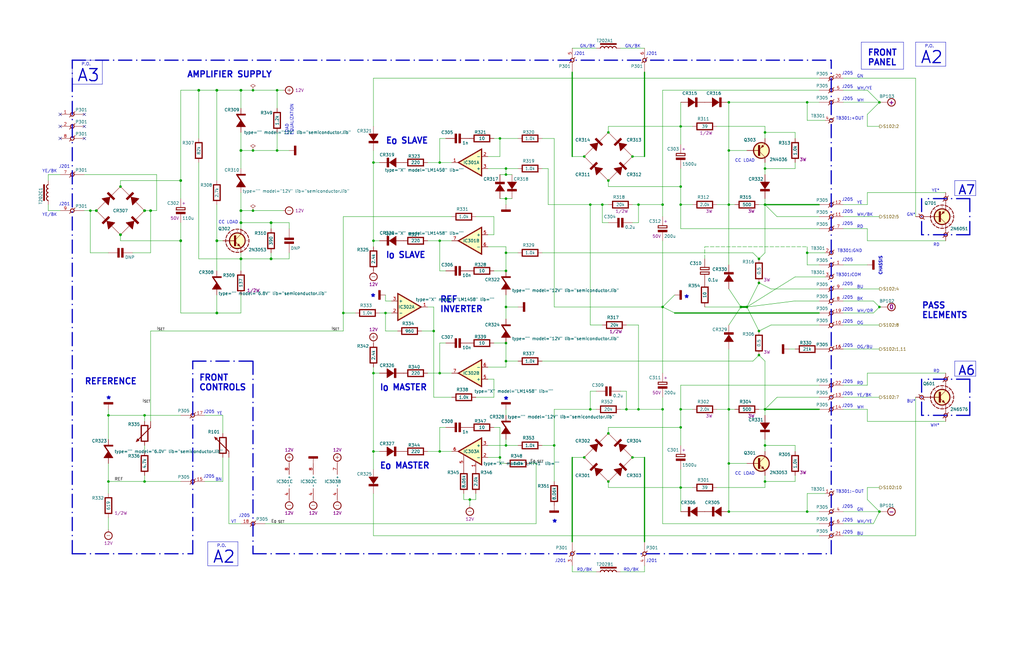
<source format=kicad_sch>
(kicad_sch (version 20211123) (generator eeschema)
  (paper "B")
  (title_block (title "MPS620M A3: ±20V, 1A Supply Assy 236-0678") (date "2022-07-01") (rev "2") (company "A design by KEPCO") (comment 3 "This schematic © 2022 Kuba Sunderland-Ober") (comment 4 "SPDX-License-Identifier: CERN-OHL-W"))
  (junction (at 213.36 114.3))
  (junction (at 38.1 88.9))
  (junction (at 266.7 193.04))
  (junction (at 370.84 129.54))
  (junction (at 91.44 38.1) (diameter 1.016))
  (junction (at 287.02 180.34))
  (junction (at 91.44 101.6) (diameter 1.016))
  (junction (at 114.3 109.22) (diameter 1.016))
  (junction (at 322.58 203.2))
  (junction (at 157.48 101.6))
  (junction (at 287.02 172.72))
  (junction (at 101.6 93.98) (diameter 1.016))
  (junction (at 256.54 182.88))
  (junction (at 210.82 193.04))
  (junction (at 322.58 187.96))
  (junction (at 312.42 129.54))
  (junction (at 340.36 43.18))
  (junction (at 322.58 71.12))
  (junction (at 307.34 172.72))
  (junction (at 307.34 195.58))
  (junction (at 320.04 139.7))
  (junction (at 101.6 88.9) (diameter 1.016))
  (junction (at 264.16 172.72))
  (junction (at 101.6 109.22) (diameter 1.016))
  (junction (at 60.96 203.2))
  (junction (at 322.58 55.88))
  (junction (at 157.48 157.48))
  (junction (at 266.7 66.04))
  (junction (at 60.96 88.9) (diameter 1.016))
  (junction (at 320.04 149.86))
  (junction (at 256.54 76.2))
  (junction (at 314.96 129.54))
  (junction (at 213.36 73.66))
  (junction (at 101.6 63.5) (diameter 1.016))
  (junction (at 340.36 215.9))
  (junction (at 101.6 38.1) (diameter 1.016))
  (junction (at 370.84 215.9))
  (junction (at 144.78 132.08))
  (junction (at 322.58 172.72))
  (junction (at 213.36 106.68))
  (junction (at 322.58 86.36))
  (junction (at 76.2 76.2) (diameter 1.016))
  (junction (at 40.64 88.9) (diameter 1.016))
  (junction (at 213.36 129.54))
  (junction (at 76.2 101.6) (diameter 1.016))
  (junction (at 287.02 78.74))
  (junction (at 116.84 63.5))
  (junction (at 83.82 38.1) (diameter 1.016))
  (junction (at 340.36 106.68))
  (junction (at 307.34 63.5))
  (junction (at 162.56 132.08))
  (junction (at 210.82 58.42))
  (junction (at 185.42 157.48))
  (junction (at 213.36 187.96))
  (junction (at 185.42 190.5))
  (junction (at 213.36 83.82))
  (junction (at 106.68 88.9))
  (junction (at 256.54 203.2))
  (junction (at 63.5 88.9) (diameter 1.016))
  (junction (at 157.48 68.58))
  (junction (at 279.4 172.72))
  (junction (at 279.4 86.36))
  (junction (at 106.68 38.1))
  (junction (at 254 86.36))
  (junction (at 213.36 71.12))
  (junction (at 213.36 144.78))
  (junction (at 307.34 215.9))
  (junction (at 307.34 86.36))
  (junction (at 248.92 172.72))
  (junction (at 60.96 175.26))
  (junction (at 50.8 78.74))
  (junction (at 116.84 38.1))
  (junction (at 248.92 86.36))
  (junction (at 213.36 152.4))
  (junction (at 157.48 190.5))
  (junction (at 320.04 109.22))
  (junction (at 114.3 93.98) (diameter 1.016))
  (junction (at 45.72 203.2))
  (junction (at 287.02 205.74))
  (junction (at 50.8 99.06) (diameter 1.016))
  (junction (at 106.68 63.5))
  (junction (at 91.44 132.08) (diameter 1.016))
  (junction (at 287.02 53.34))
  (junction (at 198.12 210.82))
  (junction (at 269.24 86.36))
  (junction (at 246.38 66.04))
  (junction (at 182.88 139.7))
  (junction (at 256.54 55.88))
  (junction (at 45.72 175.26))
  (junction (at 185.42 68.58))
  (junction (at 320.04 119.38))
  (junction (at 287.02 86.36))
  (junction (at 269.24 172.72))
  (junction (at 185.42 101.6))
  (junction (at 279.4 129.54))
  (junction (at 370.84 43.18))
  (junction (at 246.38 193.04))
  (junction (at 233.68 187.96))
  (junction (at 307.34 43.18))
  (no_connect (at 25.4 53.34))
  (no_connect (at 35.56 53.34))
  (no_connect (at 25.4 58.42))
  (no_connect (at 35.56 58.42))
  (no_connect (at 35.56 48.26))
  (no_connect (at 25.4 48.26))
  (polyline (pts (xy 363.22 17.78) (xy 381 17.78)) (stroke (width 0) (type solid)))
  (wire (pts (xy 335.28 55.88) (xy 322.58 55.88)))
  (wire (pts (xy 355.6 162.56) (xy 365.76 162.56)))
  (wire (pts (xy 340.36 106.68) (xy 347.98 106.68)))
  (wire (pts (xy 157.48 208.28) (xy 157.48 226.06)))
  (wire (pts (xy 210.82 180.34) (xy 208.28 180.34)))
  (polyline (pts (xy 408.94 83.82) (xy 389.89 83.82)) (stroke (width 0.508) (type dash_dot)))
  (polyline (pts (xy 30.48 25.4) (xy 350.52 25.4)) (stroke (width 0.508) (type dash_dot)))
  (wire (pts (xy 35.56 88.9) (xy 38.1 88.9)))
  (wire (pts (xy 93.98 203.2) (xy 86.36 203.2)))
  (wire (pts (xy 157.48 190.5) (xy 157.48 198.12)))
  (polyline (pts (xy 100.33 238.76) (xy 100.33 228.6)) (stroke (width 0) (type solid)))
  (wire (pts (xy 162.56 132.08) (xy 165.1 132.08)))
  (wire (pts (xy 157.48 157.48) (xy 157.48 190.5)))
  (wire (pts (xy 83.82 38.1) (xy 91.44 38.1)))
  (wire (pts (xy 157.48 154.94) (xy 157.48 157.48)))
  (wire (pts (xy 76.2 76.2) (xy 76.2 83.82)))
  (wire (pts (xy 233.68 187.96) (xy 233.68 203.2)))
  (wire (pts (xy 254 86.36) (xy 254 93.98)))
  (wire (pts (xy 205.74 71.12) (xy 213.36 71.12)))
  (wire (pts (xy 261.62 241.3) (xy 271.78 241.3)))
  (wire (pts (xy 287.02 198.12) (xy 287.02 205.74)))
  (wire (pts (xy 76.2 93.98) (xy 76.2 101.6)))
  (wire (pts (xy 205.74 193.04) (xy 210.82 193.04)))
  (wire (pts (xy 345.44 91.44) (xy 327.66 91.44)))
  (wire (pts (xy 116.84 55.88) (xy 116.84 63.5)))
  (wire (pts (xy 322.58 203.2) (xy 335.28 203.2)))
  (wire (pts (xy 190.5 91.44) (xy 144.78 91.44)))
  (wire (pts (xy 340.36 50.8) (xy 347.98 50.8)))
  (wire (pts (xy 256.54 203.2) (xy 256.54 205.74)))
  (wire (pts (xy 144.78 91.44) (xy 144.78 132.08)))
  (wire (pts (xy 60.96 203.2) (xy 76.2 203.2)))
  (wire (pts (xy 312.42 129.54) (xy 307.34 121.92)))
  (wire (pts (xy 187.96 58.42) (xy 185.42 58.42)))
  (wire (pts (xy 320.04 149.86) (xy 322.58 152.4)))
  (wire (pts (xy 256.54 93.98) (xy 254 93.98)))
  (wire (pts (xy 101.6 132.08) (xy 101.6 124.46)))
  (wire (pts (xy 38.1 106.68) (xy 45.72 106.68)))
  (wire (pts (xy 101.6 109.22) (xy 101.6 114.3)))
  (wire (pts (xy 83.82 109.22) (xy 101.6 109.22)))
  (wire (pts (xy 335.28 203.2) (xy 335.28 200.66)))
  (polyline (pts (xy 30.48 233.68) (xy 81.28 233.68)) (stroke (width 0.508) (type dash_dot)))
  (wire (pts (xy 340.36 106.68) (xy 340.36 111.76)))
  (wire (pts (xy 180.34 68.58) (xy 185.42 68.58)))
  (wire (pts (xy 320.04 86.36) (xy 322.58 86.36)))
  (wire (pts (xy 365.76 86.36) (xy 365.76 81.28)))
  (wire (pts (xy 213.36 134.62) (xy 213.36 129.54)))
  (wire (pts (xy 241.3 30.48) (xy 241.3 66.04)) (stroke (width 0.508)))
  (wire (pts (xy 365.76 172.72) (xy 355.6 172.72)))
  (wire (pts (xy 208.28 99.06) (xy 205.74 99.06)))
  (polyline (pts (xy 411.48 152.4) (xy 402.59 152.4)) (stroke (width 0) (type solid)))
  (wire (pts (xy 185.42 101.6) (xy 190.5 101.6)))
  (wire (pts (xy 264.16 165.1) (xy 264.16 172.72)))
  (wire (pts (xy 208.28 167.64) (xy 200.66 167.64)))
  (wire (pts (xy 335.28 127) (xy 314.96 129.54)))
  (wire (pts (xy 287.02 162.56) (xy 287.02 172.72)))
  (wire (pts (xy 279.4 38.1) (xy 279.4 86.36)))
  (wire (pts (xy 271.78 193.04) (xy 271.78 228.6)) (stroke (width 0.508)))
  (wire (pts (xy 269.24 86.36) (xy 269.24 93.98)))
  (wire (pts (xy 368.3 127) (xy 355.6 127)))
  (wire (pts (xy 256.54 180.34) (xy 287.02 180.34)))
  (wire (pts (xy 190.5 157.48) (xy 185.42 157.48)))
  (wire (pts (xy 269.24 137.16) (xy 269.24 172.72)))
  (wire (pts (xy 200.66 208.28) (xy 200.66 210.82)))
  (wire (pts (xy 101.6 93.98) (xy 101.6 96.52)))
  (wire (pts (xy 210.82 193.04) (xy 210.82 180.34)))
  (wire (pts (xy 213.36 71.12) (xy 213.36 73.66)))
  (wire (pts (xy 60.96 187.96) (xy 60.96 190.5)))
  (wire (pts (xy 63.5 177.8) (xy 63.5 139.7)))
  (wire (pts (xy 297.18 129.54) (xy 312.42 129.54)))
  (wire (pts (xy 185.42 144.78) (xy 187.96 144.78)))
  (wire (pts (xy 210.82 83.82) (xy 213.36 83.82)))
  (wire (pts (xy 279.4 129.54) (xy 279.4 101.6)))
  (polyline (pts (xy 30.48 35.56) (xy 43.18 35.56)) (stroke (width 0) (type solid)))
  (polyline (pts (xy 388.62 175.26) (xy 388.62 160.02)) (stroke (width 0.508) (type dash_dot)))
  (wire (pts (xy 208.28 58.42) (xy 210.82 58.42)))
  (wire (pts (xy 322.58 86.36) (xy 322.58 106.68)))
  (wire (pts (xy 287.02 86.36) (xy 292.1 86.36)))
  (wire (pts (xy 86.36 175.26) (xy 93.98 175.26)))
  (wire (pts (xy 241.3 193.04) (xy 241.3 228.6)) (stroke (width 0.508)))
  (wire (pts (xy 233.68 129.54) (xy 279.4 129.54)))
  (polyline (pts (xy 408.94 99.06) (xy 408.94 83.82)) (stroke (width 0.508) (type dash_dot)))
  (wire (pts (xy 256.54 78.74) (xy 287.02 78.74)))
  (wire (pts (xy 200.66 210.82) (xy 198.12 210.82)))
  (wire (pts (xy 345.44 121.92) (xy 325.12 121.92)))
  (polyline (pts (xy 81.28 233.68) (xy 81.28 152.4)) (stroke (width 0.508) (type dash_dot)))
  (wire (pts (xy 233.68 172.72) (xy 248.92 172.72)))
  (wire (pts (xy 93.98 175.26) (xy 93.98 182.88)))
  (polyline (pts (xy 81.28 152.4) (xy 106.68 152.4)) (stroke (width 0.508) (type dash_dot)))
  (wire (pts (xy 307.34 147.32) (xy 307.34 172.72)))
  (wire (pts (xy 83.82 38.1) (xy 83.82 58.42)))
  (wire (pts (xy 60.96 177.8) (xy 60.96 175.26)))
  (wire (pts (xy 198.12 210.82) (xy 198.12 213.36)))
  (wire (pts (xy 91.44 38.1) (xy 91.44 76.2)))
  (wire (pts (xy 307.34 63.5) (xy 307.34 86.36)))
  (wire (pts (xy 365.76 162.56) (xy 365.76 157.48)))
  (wire (pts (xy 63.5 88.9) (xy 66.04 88.9)))
  (wire (pts (xy 101.6 81.28) (xy 101.6 88.9)))
  (wire (pts (xy 185.42 58.42) (xy 185.42 68.58)))
  (wire (pts (xy 63.5 106.68) (xy 63.5 88.9)))
  (polyline (pts (xy 408.94 99.06) (xy 388.62 99.06)) (stroke (width 0.508) (type dash_dot)))
  (wire (pts (xy 340.36 215.9) (xy 307.34 215.9)))
  (wire (pts (xy 256.54 205.74) (xy 287.02 205.74)))
  (polyline (pts (xy 411.48 76.2) (xy 402.59 76.2)) (stroke (width 0) (type solid)))
  (wire (pts (xy 45.72 223.52) (xy 45.72 218.44)))
  (wire (pts (xy 317.5 152.4) (xy 320.04 149.86)))
  (wire (pts (xy 76.2 38.1) (xy 76.2 76.2)))
  (wire (pts (xy 210.82 195.58) (xy 210.82 193.04)))
  (wire (pts (xy 266.7 86.36) (xy 269.24 86.36)))
  (wire (pts (xy 256.54 180.34) (xy 256.54 182.88)))
  (wire (pts (xy 177.8 139.7) (xy 182.88 139.7)))
  (wire (pts (xy 185.42 68.58) (xy 190.5 68.58)))
  (wire (pts (xy 287.02 86.36) (xy 287.02 96.52)))
  (wire (pts (xy 93.98 101.6) (xy 91.44 101.6)))
  (wire (pts (xy 340.36 43.18) (xy 340.36 50.8)))
  (wire (pts (xy 114.3 106.68) (xy 114.3 109.22)))
  (wire (pts (xy 322.58 203.2) (xy 322.58 205.74)))
  (wire (pts (xy 365.76 81.28) (xy 398.78 81.28)))
  (wire (pts (xy 370.84 91.44) (xy 355.6 91.44)))
  (wire (pts (xy 208.28 160.02) (xy 208.28 167.64)))
  (wire (pts (xy 365.76 48.26) (xy 365.76 53.34)))
  (wire (pts (xy 213.36 129.54) (xy 218.44 129.54)))
  (wire (pts (xy 314.96 129.54) (xy 312.42 129.54)) (stroke (width 0.762)))
  (wire (pts (xy 345.44 137.16) (xy 325.12 137.16)))
  (polyline (pts (xy 398.78 17.78) (xy 386.08 17.78)) (stroke (width 0) (type solid)))
  (wire (pts (xy 157.48 63.5) (xy 157.48 68.58)))
  (wire (pts (xy 368.3 220.98) (xy 370.84 215.9)))
  (wire (pts (xy 335.28 71.12) (xy 335.28 68.58)))
  (wire (pts (xy 320.04 109.22) (xy 317.5 106.68)))
  (wire (pts (xy 101.6 106.68) (xy 101.6 109.22)))
  (wire (pts (xy 213.36 73.66) (xy 215.9 73.66)))
  (wire (pts (xy 50.8 76.2) (xy 76.2 76.2)))
  (wire (pts (xy 279.4 129.54) (xy 284.48 124.46)))
  (wire (pts (xy 307.34 172.72) (xy 307.34 195.58)))
  (wire (pts (xy 45.72 203.2) (xy 45.72 208.28)))
  (wire (pts (xy 370.84 167.64) (xy 355.6 167.64)))
  (wire (pts (xy 266.7 93.98) (xy 269.24 93.98)))
  (wire (pts (xy 386.08 226.06) (xy 355.6 226.06)))
  (wire (pts (xy 208.28 114.3) (xy 213.36 114.3)))
  (polyline (pts (xy 408.94 160.02) (xy 389.89 160.02)) (stroke (width 0.508) (type dash_dot)))
  (wire (pts (xy 91.44 132.08) (xy 101.6 132.08)))
  (wire (pts (xy 307.34 172.72) (xy 309.88 172.72)))
  (wire (pts (xy 114.3 93.98) (xy 101.6 93.98)))
  (wire (pts (xy 335.28 190.5) (xy 335.28 187.96)))
  (wire (pts (xy 279.4 129.54) (xy 284.48 132.08)))
  (wire (pts (xy 284.48 132.08) (xy 345.44 132.08)) (stroke (width 0.508)))
  (wire (pts (xy 332.74 147.32) (xy 335.28 147.32)))
  (polyline (pts (xy 106.68 233.68) (xy 350.52 233.68)) (stroke (width 0.508) (type dash_dot)))
  (wire (pts (xy 116.84 38.1) (xy 116.84 45.72)))
  (wire (pts (xy 287.02 53.34) (xy 256.54 53.34)))
  (polyline (pts (xy 402.59 82.55) (xy 411.48 82.55)) (stroke (width 0) (type solid)))
  (wire (pts (xy 345.44 167.64) (xy 327.66 167.64)))
  (wire (pts (xy 398.78 101.6) (xy 365.76 101.6)))
  (wire (pts (xy 198.12 210.82) (xy 195.58 210.82)))
  (wire (pts (xy 228.6 71.12) (xy 231.14 71.12)))
  (wire (pts (xy 228.6 187.96) (xy 233.68 187.96)))
  (wire (pts (xy 322.58 68.58) (xy 322.58 71.12)))
  (wire (pts (xy 302.26 53.34) (xy 322.58 53.34)))
  (wire (pts (xy 307.34 86.36) (xy 307.34 111.76)))
  (polyline (pts (xy 386.08 27.94) (xy 398.78 27.94)) (stroke (width 0) (type solid)))
  (wire (pts (xy 226.06 195.58) (xy 226.06 220.98)))
  (wire (pts (xy 325.12 137.16) (xy 320.04 139.7)))
  (wire (pts (xy 213.36 144.78) (xy 213.36 152.4)))
  (wire (pts (xy 50.8 101.6) (xy 76.2 101.6)))
  (wire (pts (xy 91.44 124.46) (xy 91.44 132.08)))
  (wire (pts (xy 218.44 58.42) (xy 210.82 58.42)))
  (wire (pts (xy 157.48 226.06) (xy 345.44 226.06)))
  (wire (pts (xy 322.58 187.96) (xy 322.58 190.5)))
  (wire (pts (xy 182.88 167.64) (xy 190.5 167.64)))
  (wire (pts (xy 322.58 172.72) (xy 322.58 175.26)))
  (wire (pts (xy 322.58 71.12) (xy 322.58 73.66)))
  (wire (pts (xy 121.92 106.68) (xy 121.92 109.22)))
  (wire (pts (xy 91.44 101.6) (xy 91.44 114.3)))
  (wire (pts (xy 182.88 139.7) (xy 182.88 129.54)))
  (wire (pts (xy 279.4 129.54) (xy 279.4 157.48)))
  (polyline (pts (xy 100.33 228.6) (xy 87.63 228.6)) (stroke (width 0) (type solid)))
  (polyline (pts (xy 402.59 158.75) (xy 402.59 152.4)) (stroke (width 0) (type solid)))
  (wire (pts (xy 91.44 38.1) (xy 101.6 38.1)))
  (wire (pts (xy 55.88 106.68) (xy 63.5 106.68)))
  (wire (pts (xy 345.44 127) (xy 335.28 127)))
  (wire (pts (xy 233.68 58.42) (xy 233.68 129.54)))
  (wire (pts (xy 45.72 175.26) (xy 45.72 185.42)))
  (polyline (pts (xy 381 29.21) (xy 363.22 29.21)) (stroke (width 0) (type solid)))
  (polyline (pts (xy 87.63 228.6) (xy 87.63 238.76)) (stroke (width 0) (type solid)))
  (wire (pts (xy 213.36 185.42) (xy 213.36 187.96)))
  (wire (pts (xy 355.6 220.98) (xy 368.3 220.98)))
  (wire (pts (xy 213.36 106.68) (xy 213.36 114.3)))
  (wire (pts (xy 38.1 88.9) (xy 40.64 88.9)))
  (polyline (pts (xy 30.48 25.4) (xy 30.48 35.56)) (stroke (width 0) (type solid)))
  (wire (pts (xy 185.42 114.3) (xy 185.42 101.6)))
  (wire (pts (xy 365.76 210.82) (xy 365.76 205.74)))
  (wire (pts (xy 322.58 86.36) (xy 322.58 83.82)))
  (wire (pts (xy 228.6 106.68) (xy 317.5 106.68)))
  (wire (pts (xy 370.84 121.92) (xy 355.6 121.92)))
  (wire (pts (xy 210.82 58.42) (xy 210.82 66.04)))
  (wire (pts (xy 241.3 241.3) (xy 241.3 238.76)))
  (wire (pts (xy 355.6 132.08) (xy 368.3 132.08)))
  (wire (pts (xy 180.34 157.48) (xy 185.42 157.48)))
  (wire (pts (xy 322.58 86.36) (xy 345.44 86.36)) (stroke (width 0.508)))
  (wire (pts (xy 60.96 88.9) (xy 63.5 88.9)))
  (wire (pts (xy 83.82 68.58) (xy 83.82 109.22)))
  (wire (pts (xy 205.74 187.96) (xy 213.36 187.96)))
  (wire (pts (xy 213.36 71.12) (xy 218.44 71.12)))
  (wire (pts (xy 187.96 180.34) (xy 185.42 180.34)))
  (wire (pts (xy 271.78 241.3) (xy 271.78 238.76)))
  (wire (pts (xy 157.48 190.5) (xy 160.02 190.5)))
  (wire (pts (xy 314.96 129.54) (xy 320.04 139.7)))
  (wire (pts (xy 162.56 127) (xy 165.1 127)))
  (wire (pts (xy 322.58 185.42) (xy 322.58 187.96)))
  (wire (pts (xy 157.48 101.6) (xy 160.02 101.6)))
  (wire (pts (xy 279.4 172.72) (xy 279.4 220.98)))
  (wire (pts (xy 370.84 147.32) (xy 355.6 147.32)))
  (wire (pts (xy 398.78 177.8) (xy 365.76 177.8)))
  (wire (pts (xy 251.46 241.3) (xy 241.3 241.3)))
  (wire (pts (xy 187.96 114.3) (xy 185.42 114.3)))
  (wire (pts (xy 157.48 68.58) (xy 157.48 101.6)))
  (polyline (pts (xy 402.59 158.75) (xy 411.48 158.75)) (stroke (width 0) (type solid)))
  (wire (pts (xy 307.34 63.5) (xy 314.96 63.5)))
  (wire (pts (xy 50.8 99.06) (xy 50.8 101.6)))
  (wire (pts (xy 66.04 73.66) (xy 66.04 88.9)))
  (wire (pts (xy 228.6 58.42) (xy 233.68 58.42)))
  (wire (pts (xy 264.16 172.72) (xy 269.24 172.72)))
  (wire (pts (xy 114.3 96.52) (xy 114.3 93.98)))
  (wire (pts (xy 45.72 172.72) (xy 45.72 175.26)))
  (wire (pts (xy 106.68 63.5) (xy 116.84 63.5)))
  (wire (pts (xy 386.08 167.64) (xy 386.08 226.06)))
  (wire (pts (xy 327.66 167.64) (xy 322.58 172.72)))
  (wire (pts (xy 210.82 73.66) (xy 213.36 73.66)))
  (wire (pts (xy 335.28 187.96) (xy 322.58 187.96)))
  (wire (pts (xy 256.54 53.34) (xy 256.54 55.88)))
  (wire (pts (xy 25.4 88.9) (xy 20.32 88.9)))
  (wire (pts (xy 213.36 124.46) (xy 213.36 129.54)))
  (wire (pts (xy 327.66 91.44) (xy 322.58 86.36)))
  (wire (pts (xy 365.76 111.76) (xy 355.6 111.76)))
  (wire (pts (xy 248.92 86.36) (xy 254 86.36)))
  (wire (pts (xy 106.68 38.1) (xy 116.84 38.1)))
  (wire (pts (xy 106.68 63.5) (xy 101.6 63.5)))
  (wire (pts (xy 157.48 104.14) (xy 157.48 101.6)))
  (wire (pts (xy 96.52 220.98) (xy 101.6 220.98)))
  (wire (pts (xy 101.6 38.1) (xy 101.6 45.72)))
  (wire (pts (xy 256.54 76.2) (xy 256.54 78.74)))
  (wire (pts (xy 335.28 58.42) (xy 335.28 55.88)))
  (wire (pts (xy 205.74 154.94) (xy 213.36 154.94)))
  (wire (pts (xy 228.6 152.4) (xy 317.5 152.4)))
  (wire (pts (xy 322.58 55.88) (xy 322.58 58.42)))
  (wire (pts (xy 233.68 187.96) (xy 233.68 172.72)))
  (wire (pts (xy 182.88 129.54) (xy 180.34 129.54)))
  (wire (pts (xy 25.4 73.66) (xy 20.32 73.66)))
  (wire (pts (xy 76.2 101.6) (xy 76.2 132.08)))
  (wire (pts (xy 340.36 215.9) (xy 340.36 208.28)))
  (wire (pts (xy 347.98 116.84) (xy 335.28 116.84)))
  (wire (pts (xy 340.36 43.18) (xy 307.34 43.18)))
  (wire (pts (xy 213.36 152.4) (xy 218.44 152.4)))
  (wire (pts (xy 312.42 129.54) (xy 307.34 137.16)))
  (wire (pts (xy 370.84 215.9) (xy 365.76 210.82)))
  (wire (pts (xy 355.6 215.9) (xy 370.84 215.9)))
  (wire (pts (xy 76.2 38.1) (xy 83.82 38.1)))
  (wire (pts (xy 370.84 43.18) (xy 365.76 48.26)))
  (wire (pts (xy 297.18 104.14) (xy 340.36 104.14)) (stroke (width 0) (type dash)))
  (wire (pts (xy 261.62 165.1) (xy 264.16 165.1)))
  (polyline (pts (xy 398.78 27.94) (xy 398.78 17.78)) (stroke (width 0) (type solid)))
  (wire (pts (xy 213.36 83.82) (xy 213.36 86.36)))
  (wire (pts (xy 365.76 101.6) (xy 365.76 96.52)))
  (wire (pts (xy 205.74 160.02) (xy 208.28 160.02)))
  (wire (pts (xy 254 86.36) (xy 256.54 86.36)))
  (wire (pts (xy 167.64 139.7) (xy 162.56 139.7)))
  (polyline (pts (xy 408.94 175.26) (xy 388.62 175.26)) (stroke (width 0.508) (type dash_dot)))
  (wire (pts (xy 208.28 91.44) (xy 208.28 99.06)))
  (wire (pts (xy 271.78 30.48) (xy 271.78 66.04)) (stroke (width 0.508)))
  (wire (pts (xy 231.14 71.12) (xy 231.14 86.36)))
  (wire (pts (xy 45.72 195.58) (xy 45.72 203.2)))
  (wire (pts (xy 185.42 180.34) (xy 185.42 190.5)))
  (wire (pts (xy 287.02 205.74) (xy 287.02 215.9)))
  (wire (pts (xy 195.58 208.28) (xy 195.58 210.82)))
  (wire (pts (xy 160.02 68.58) (xy 157.48 68.58)))
  (wire (pts (xy 287.02 172.72) (xy 292.1 172.72)))
  (wire (pts (xy 261.62 172.72) (xy 264.16 172.72)))
  (polyline (pts (xy 402.59 82.55) (xy 402.59 76.2)) (stroke (width 0) (type solid)))
  (wire (pts (xy 101.6 88.9) (xy 106.68 88.9)))
  (wire (pts (xy 279.4 167.64) (xy 279.4 172.72)))
  (wire (pts (xy 287.02 180.34) (xy 287.02 172.72)))
  (wire (pts (xy 210.82 195.58) (xy 213.36 195.58)))
  (wire (pts (xy 261.62 20.32) (xy 271.78 20.32)))
  (wire (pts (xy 213.36 152.4) (xy 213.36 154.94)))
  (wire (pts (xy 322.58 200.66) (xy 322.58 203.2)))
  (wire (pts (xy 287.02 43.18) (xy 287.02 53.34)))
  (wire (pts (xy 307.34 86.36) (xy 309.88 86.36)))
  (wire (pts (xy 322.58 152.4) (xy 322.58 172.72)))
  (polyline (pts (xy 408.94 175.26) (xy 408.94 160.02)) (stroke (width 0.508) (type dash_dot)))
  (wire (pts (xy 340.36 104.14) (xy 340.36 106.68)))
  (wire (pts (xy 162.56 139.7) (xy 162.56 132.08)))
  (polyline (pts (xy 350.52 233.68) (xy 350.52 25.4)) (stroke (width 0.508) (type dash_dot)))
  (wire (pts (xy 307.34 43.18) (xy 307.34 63.5)))
  (wire (pts (xy 96.52 193.04) (xy 96.52 220.98)))
  (wire (pts (xy 345.44 96.52) (xy 287.02 96.52)))
  (wire (pts (xy 320.04 172.72) (xy 322.58 172.72)))
  (wire (pts (xy 322.58 71.12) (xy 335.28 71.12)))
  (wire (pts (xy 297.18 109.22) (xy 297.18 104.14)) (stroke (width 0) (type dash)))
  (wire (pts (xy 370.84 137.16) (xy 355.6 137.16)))
  (wire (pts (xy 213.36 187.96) (xy 218.44 187.96)))
  (wire (pts (xy 269.24 86.36) (xy 279.4 86.36)))
  (wire (pts (xy 208.28 144.78) (xy 213.36 144.78)))
  (wire (pts (xy 205.74 66.04) (xy 210.82 66.04)))
  (wire (pts (xy 180.34 190.5) (xy 185.42 190.5)))
  (wire (pts (xy 271.78 66.04) (xy 266.7 66.04)))
  (wire (pts (xy 355.6 38.1) (xy 365.76 38.1)))
  (wire (pts (xy 185.42 190.5) (xy 190.5 190.5)))
  (wire (pts (xy 50.8 78.74) (xy 50.8 76.2)))
  (wire (pts (xy 320.04 109.22) (xy 322.58 106.68)))
  (wire (pts (xy 45.72 175.26) (xy 60.96 175.26)))
  (wire (pts (xy 121.92 109.22) (xy 114.3 109.22)))
  (polyline (pts (xy 363.22 17.78) (xy 363.22 29.21)) (stroke (width 0) (type solid)))
  (wire (pts (xy 345.44 215.9) (xy 340.36 215.9)))
  (wire (pts (xy 60.96 200.66) (xy 60.96 203.2)))
  (wire (pts (xy 101.6 88.9) (xy 101.6 93.98)))
  (wire (pts (xy 365.76 53.34) (xy 370.84 53.34)))
  (wire (pts (xy 182.88 139.7) (xy 182.88 167.64)))
  (wire (pts (xy 180.34 101.6) (xy 185.42 101.6)))
  (wire (pts (xy 365.76 157.48) (xy 398.78 157.48)))
  (polyline (pts (xy 43.18 25.4) (xy 30.48 25.4)) (stroke (width 0) (type solid)))
  (wire (pts (xy 302.26 205.74) (xy 322.58 205.74)))
  (wire (pts (xy 111.76 220.98) (xy 226.06 220.98)))
  (wire (pts (xy 157.48 53.34) (xy 157.48 33.02)))
  (wire (pts (xy 114.3 109.22) (xy 101.6 109.22)))
  (wire (pts (xy 251.46 172.72) (xy 248.92 172.72)))
  (polyline (pts (xy 87.63 238.76) (xy 100.33 238.76)) (stroke (width 0) (type solid)))
  (polyline (pts (xy 388.62 99.06) (xy 388.62 83.82)) (stroke (width 0.508) (type dash_dot)))
  (wire (pts (xy 355.6 96.52) (xy 365.76 96.52)))
  (wire (pts (xy 365.76 38.1) (xy 370.84 43.18)))
  (polyline (pts (xy 43.18 35.56) (xy 43.18 25.4)) (stroke (width 0) (type solid)))
  (wire (pts (xy 269.24 172.72) (xy 279.4 172.72)))
  (wire (pts (xy 121.92 96.52) (xy 121.92 93.98)))
  (wire (pts (xy 213.36 172.72) (xy 213.36 175.26)))
  (polyline (pts (xy 30.48 233.68) (xy 30.48 25.4)) (stroke (width 0.508) (type dash_dot)))
  (wire (pts (xy 345.44 38.1) (xy 279.4 38.1)))
  (wire (pts (xy 213.36 106.68) (xy 213.36 104.14)))
  (wire (pts (xy 106.68 88.9) (xy 119.38 88.9)))
  (wire (pts (xy 144.78 139.7) (xy 144.78 132.08)))
  (wire (pts (xy 35.56 73.66) (xy 66.04 73.66)))
  (wire (pts (xy 38.1 88.9) (xy 38.1 106.68)))
  (wire (pts (xy 368.3 127) (xy 370.84 129.54)))
  (wire (pts (xy 320.04 119.38) (xy 314.96 129.54)))
  (wire (pts (xy 101.6 63.5) (xy 101.6 71.12)))
  (wire (pts (xy 302.26 86.36) (xy 307.34 86.36)))
  (polyline (pts (xy 106.68 152.4) (xy 106.68 233.68)) (stroke (width 0.508) (type dash_dot)))
  (wire (pts (xy 322.58 53.34) (xy 322.58 55.88)))
  (wire (pts (xy 279.4 220.98) (xy 345.44 220.98)))
  (wire (pts (xy 335.28 116.84) (xy 314.96 129.54)))
  (wire (pts (xy 160.02 132.08) (xy 162.56 132.08)))
  (wire (pts (xy 365.76 205.74) (xy 370.84 205.74)))
  (wire (pts (xy 213.36 83.82) (xy 215.9 83.82)))
  (wire (pts (xy 144.78 132.08) (xy 149.86 132.08)))
  (wire (pts (xy 185.42 157.48) (xy 185.42 144.78)))
  (wire (pts (xy 231.14 86.36) (xy 248.92 86.36)))
  (wire (pts (xy 386.08 33.02) (xy 386.08 91.44)))
  (wire (pts (xy 20.32 88.9) (xy 20.32 86.36)))
  (wire (pts (xy 101.6 38.1) (xy 106.68 38.1)))
  (wire (pts (xy 264.16 137.16) (xy 269.24 137.16)))
  (wire (pts (xy 287.02 187.96) (xy 287.02 180.34)))
  (wire (pts (xy 116.84 63.5) (xy 121.92 63.5)))
  (wire (pts (xy 248.92 165.1) (xy 248.92 172.72)))
  (wire (pts (xy 340.36 111.76) (xy 345.44 111.76)))
  (polyline (pts (xy 386.08 17.78) (xy 386.08 27.94)) (stroke (width 0) (type solid)))
  (wire (pts (xy 223.52 195.58) (xy 226.06 195.58)))
  (wire (pts (xy 45.72 203.2) (xy 60.96 203.2)))
  (wire (pts (xy 322.58 172.72) (xy 345.44 172.72)) (stroke (width 0.508)))
  (wire (pts (xy 241.3 66.04) (xy 246.38 66.04)))
  (wire (pts (xy 76.2 132.08) (xy 91.44 132.08)))
  (wire (pts (xy 292.1 53.34) (xy 287.02 53.34)))
  (wire (pts (xy 20.32 73.66) (xy 20.32 76.2)))
  (wire (pts (xy 287.02 53.34) (xy 287.02 60.96)))
  (wire (pts (xy 63.5 139.7) (xy 144.78 139.7)))
  (wire (pts (xy 60.96 175.26) (xy 76.2 175.26)))
  (wire (pts (xy 162.56 124.46) (xy 162.56 127)))
  (wire (pts (xy 205.74 104.14) (xy 213.36 104.14)))
  (wire (pts (xy 119.38 38.1) (xy 116.84 38.1)))
  (wire (pts (xy 355.6 86.36) (xy 365.76 86.36)))
  (wire (pts (xy 121.92 93.98) (xy 114.3 93.98)))
  (wire (pts (xy 241.3 193.04) (xy 246.38 193.04)))
  (wire (pts (xy 271.78 193.04) (xy 266.7 193.04)))
  (wire (pts (xy 355.6 43.18) (xy 370.84 43.18)))
  (wire (pts (xy 200.66 91.44) (xy 208.28 91.44)))
  (wire (pts (xy 93.98 193.04) (xy 93.98 203.2)))
  (wire (pts (xy 287.02 78.74) (xy 287.02 71.12)))
  (wire (pts (xy 213.36 106.68) (xy 218.44 106.68)))
  (wire (pts (xy 157.48 157.48) (xy 160.02 157.48)))
  (wire (pts (xy 355.6 33.02) (xy 386.08 33.02)))
  (wire (pts (xy 368.3 132.08) (xy 370.84 129.54)))
  (polyline (pts (xy 381 17.78) (xy 381 29.21)) (stroke (width 0) (type solid)))
  (wire (pts (xy 307.34 195.58) (xy 307.34 215.9)))
  (wire (pts (xy 345.44 43.18) (xy 340.36 43.18)))
  (wire (pts (xy 287.02 162.56) (xy 345.44 162.56)))
  (wire (pts (xy 101.6 63.5) (xy 101.6 55.88)))
  (polyline (pts (xy 411.48 82.55) (xy 411.48 76.2)) (stroke (width 0) (type solid)))
  (wire (pts (xy 287.02 86.36) (xy 287.02 78.74)))
  (wire (pts (xy 279.4 86.36) (xy 279.4 91.44)))
  (wire (pts (xy 248.92 165.1) (xy 251.46 165.1)))
  (wire (pts (xy 241.3 20.32) (xy 251.46 20.32)))
  (wire (pts (xy 157.48 33.02) (xy 345.44 33.02)))
  (wire (pts (xy 91.44 101.6) (xy 91.44 86.36)))
  (wire (pts (xy 365.76 177.8) (xy 365.76 172.72)))
  (wire (pts (xy 287.02 205.74) (xy 292.1 205.74)))
  (wire (pts (xy 254 137.16) (xy 248.92 137.16)))
  (wire (pts (xy 320.04 119.38) (xy 325.12 121.92)))
  (wire (pts (xy 347.98 208.28) (xy 340.36 208.28)))
  (wire (pts (xy 302.26 172.72) (xy 307.34 172.72)))
  (wire (pts (xy 248.92 86.36) (xy 248.92 137.16)))
  (wire (pts (xy 307.34 195.58) (xy 314.96 195.58)))
  (polyline (pts (xy 411.48 158.75) (xy 411.48 152.4)) (stroke (width 0) (type solid)))
  (text "I_{O} SLAVE" (at 162.56 109.22 0) (effects (font (size 2.54 2.54) (thickness 0.508) bold) (justify left bottom)))
  (text "J201" (at 272.415 237.49 0) (effects (font (size 1.27 1.27)) (justify left bottom)))
  (text "YE/BK" (at 361.315 167.64 0) (effects (font (size 1.27 1.27)) (justify left bottom)))
  (text "TB301:+OUT" (at 352.425 50.8 0) (effects (font (size 1.27 1.27)) (justify left bottom)))
  (text "J205" (at 354.965 126.365 0) (effects (font (size 1.27 1.27)) (justify left bottom)))
  (text "WH/YE" (at 361.315 38.1 0) (effects (font (size 1.27 1.27)) (justify left bottom)))
  (text "FRONT\nPANEL" (at 365.76 27.94 0) (effects (font (size 2.54 2.54) (thickness 0.508) bold) (justify left bottom)))
  (text "RD/BK" (at 243.205 241.3 0) (effects (font (size 1.27 1.27)) (justify left bottom)))
  (text "J205" (at 354.965 95.25 0) (effects (font (size 1.27 1.27)) (justify left bottom)))
  (text "J205" (at 354.965 161.925 0) (effects (font (size 1.27 1.27)) (justify left bottom)))
  (text "J201" (at 238.76 237.49 180) (effects (font (size 1.27 1.27)) (justify right bottom)))
  (text "TB301:GND" (at 353.06 106.68 0) (effects (font (size 1.27 1.27)) (justify left bottom)))
  (text "RD" (at 361.315 96.52 0) (effects (font (size 1.27 1.27)) (justify left bottom)))
  (text "GN" (at 361.315 33.02 0) (effects (font (size 1.27 1.27)) (justify left bottom)))
  (text "*" (at 47.1304 170.2851 180) (effects (font (size 2.54 2.54) (thickness 0.508) bold) (justify right bottom)))
  (text "BU" (at 361.315 226.06 0) (effects (font (size 1.27 1.27)) (justify left bottom)))
  (text "A3" (at 32.385 34.925 0) (effects (font (size 5.08 5.08) (thickness 0.508) bold) (justify left bottom)))
  (text "E_{O} SLAVE" (at 162.56 60.96 0) (effects (font (size 2.54 2.54) (thickness 0.508) bold) (justify left bottom)))
  (text "CHASSIS" (at 372.11 116.205 90) (effects (font (size 1.27 1.27) bold) (justify left bottom)))
  (text "CC LOAD" (at 309.88 200.66 0) (effects (font (size 1.27 1.27)) (justify left bottom)))
  (text "WH" (at 361.315 172.72 0) (effects (font (size 1.27 1.27)) (justify left bottom)))
  (text "OG/BU" (at 361.315 147.32 0) (effects (font (size 1.27 1.27)) (justify left bottom)))
  (text "J201" (at 24.765 86.995 0) (effects (font (size 1.27 1.27)) (justify left bottom)))
  (text "*" (at 235.2054 222.3235 180) (effects (font (size 2.54 2.54) (thickness 0.508) bold) (justify right bottom)))
  (text "A2" (at 89.535 238.125 0) (effects (font (size 5.08 5.08) (thickness 0.508) bold) (justify left bottom)))
  (text "TB301:COM" (at 352.425 116.84 0) (effects (font (size 1.27 1.27)) (justify left bottom)))
  (text "A7" (at 403.86 82.55 0) (effects (font (size 3.81 3.81) (thickness 0.508) bold) (justify left bottom)))
  (text "A2" (at 387.985 27.305 0) (effects (font (size 5.08 5.08) (thickness 0.508) bold) (justify left bottom)))
  (text "J205" (at 354.965 31.75 0) (effects (font (size 1.27 1.27)) (justify left bottom)))
  (text "BK" (at 361.315 127 0) (effects (font (size 1.27 1.27)) (justify left bottom)))
  (text "J205" (at 354.965 167.005 0) (effects (font (size 1.27 1.27)) (justify left bottom)))
  (text "E_{O} MASTER" (at 160.02 198.12 0) (effects (font (size 2.54 2.54) (thickness 0.508) bold) (justify left bottom)))
  (text "FRONT\nCONTROLS" (at 83.82 165.1 0) (effects (font (size 2.54 2.54) (thickness 0.508) bold) (justify left bottom)))
  (text "J205" (at 354.965 131.445 0) (effects (font (size 1.27 1.27)) (justify left bottom)))
  (text "J205" (at 85.725 174.625 0) (effects (font (size 1.27 1.27)) (justify left bottom)))
  (text "J201" (at 24.765 71.12 0) (effects (font (size 1.27 1.27)) (justify left bottom)))
  (text "LOAD\nEQUALIZATION" (at 123.825 57.15 90) (effects (font (size 1.27 1.27)) (justify left bottom)))
  (text "REFERENCE" (at 35.56 162.56 0) (effects (font (size 2.54 2.54) (thickness 0.508) bold) (justify left bottom)))
  (text "VT" (at 99.695 220.98 180) (effects (font (size 1.27 1.27)) (justify right bottom)))
  (text "J205" (at 354.965 214.63 0) (effects (font (size 1.27 1.27)) (justify left bottom)))
  (text "I_{O} MASTER" (at 160.02 165.1 0) (effects (font (size 2.54 2.54) (thickness 0.508) bold) (justify left bottom)))
  (text "CC LOAD" (at 309.88 68.58 0) (effects (font (size 1.27 1.27)) (justify left bottom)))
  (text "YE*" (at 396.24 81.28 180) (effects (font (size 1.27 1.27)) (justify right bottom)))
  (text "GN" (at 361.315 215.9 0) (effects (font (size 1.27 1.27)) (justify left bottom)))
  (text "J205" (at 354.965 136.525 0) (effects (font (size 1.27 1.27)) (justify left bottom)))
  (text "BN" (at 90.805 203.2 0) (effects (font (size 1.27 1.27)) (justify left bottom)))
  (text "GN/BK" (at 263.525 20.32 0) (effects (font (size 1.27 1.27)) (justify left bottom)))
  (text "RD/BK" (at 262.89 241.3 0) (effects (font (size 1.27 1.27)) (justify left bottom)))
  (text "WH/BK" (at 361.315 91.44 0) (effects (font (size 1.27 1.27)) (justify left bottom)))
  (text "J205" (at 354.965 172.085 0) (effects (font (size 1.27 1.27)) (justify left bottom)))
  (text "GN/BK" (at 244.475 20.32 0) (effects (font (size 1.27 1.27)) (justify left bottom)))
  (text "RD" (at 396.24 104.14 180) (effects (font (size 1.27 1.27)) (justify right bottom)))
  (text "J205" (at 354.965 225.425 0) (effects (font (size 1.27 1.27)) (justify left bottom)))
  (text "J205" (at 354.965 90.17 0) (effects (font (size 1.27 1.27)) (justify left bottom)))
  (text "PASS\nELEMENTS" (at 388.62 134.62 0) (effects (font (size 2.54 2.54) (thickness 0.508) bold) (justify left bottom)))
  (text "J201" (at 272.415 23.495 0) (effects (font (size 1.27 1.27)) (justify left bottom)))
  (text "OG" (at 361.315 137.16 0) (effects (font (size 1.27 1.27)) (justify left bottom)))
  (text "REF\nINVERTER" (at 185.42 132.08 0) (effects (font (size 2.54 2.54) (thickness 0.508) bold) (justify left bottom)))
  (text "J205" (at 354.965 220.345 0) (effects (font (size 1.27 1.27)) (justify left bottom)))
  (text "J205" (at 85.725 201.93 0) (effects (font (size 1.27 1.27)) (justify left bottom)))
  (text "*" (at 214.7066 170.5104 180) (effects (font (size 2.54 2.54) (thickness 0.508) bold) (justify right bottom)))
  (text "WH" (at 361.315 43.18 0) (effects (font (size 1.27 1.27)) (justify left bottom)))
  (text "WH*" (at 396.24 180.34 180) (effects (font (size 1.27 1.27)) (justify right bottom)))
  (text "J205" (at 354.965 146.685 0) (effects (font (size 1.27 1.27)) (justify left bottom)))
  (text "P.O." (at 91.44 231.14 0) (effects (font (size 1.27 1.27)) (justify left bottom)))
  (text "YE" (at 91.44 175.26 0) (effects (font (size 1.27 1.27)) (justify left bottom)))
  (text "BU*" (at 386.08 170.18 180) (effects (font (size 1.27 1.27)) (justify right bottom)))
  (text "WH/OR" (at 361.315 132.08 0) (effects (font (size 1.27 1.27)) (justify left bottom)))
  (text "J205" (at 354.965 85.09 0) (effects (font (size 1.27 1.27)) (justify left bottom)))
  (text "YE" (at 361.315 86.36 0) (effects (font (size 1.27 1.27)) (justify left bottom)))
  (text "YE/BK" (at 17.78 73.025 0) (effects (font (size 1.27 1.27)) (justify left bottom)))
  (text "CC LOAD" (at 92.075 94.615 0) (effects (font (size 1.27 1.27)) (justify left bottom)))
  (text "J205" (at 354.965 37.465 0) (effects (font (size 1.27 1.27)) (justify left bottom)))
  (text "TB301:-OUT" (at 352.425 208.28 0) (effects (font (size 1.27 1.27)) (justify left bottom)))
  (text "WH/YE" (at 361.315 220.98 0) (effects (font (size 1.27 1.27)) (justify left bottom)))
  (text "YE/BK" (at 17.78 91.44 0) (effects (font (size 1.27 1.27)) (justify left bottom)))
  (text "J205" (at 354.965 42.545 0) (effects (font (size 1.27 1.27)) (justify left bottom)))
  (text "J205" (at 354.965 120.65 0) (effects (font (size 1.27 1.27)) (justify left bottom)))
  (text "P.O." (at 34.29 27.94 0) (effects (font (size 1.27 1.27)) (justify left bottom)))
  (text "RD" (at 361.315 162.56 0) (effects (font (size 1.27 1.27)) (justify left bottom)))
  (text "*" (at 156.0274 127.1336 0) (effects (font (size 2.54 2.54) (thickness 0.508) bold) (justify left bottom)))
  (text "GN*" (at 386.08 91.44 180) (effects (font (size 1.27 1.27)) (justify right bottom)))
  (text "BU" (at 361.315 121.92 0) (effects (font (size 1.27 1.27)) (justify left bottom)))
  (text "*" (at 290.8552 127.5846 180) (effects (font (size 2.54 2.54) (thickness 0.508) bold) (justify right bottom)))
  (text "RD" (at 396.24 157.48 180) (effects (font (size 1.27 1.27)) (justify right bottom)))
  (text "J201" (at 241.935 23.495 0) (effects (font (size 1.27 1.27)) (justify left bottom)))
  (text "J205" (at 354.965 110.49 0) (effects (font (size 1.27 1.27)) (justify left bottom)))
  (text "P.O." (at 389.89 20.32 0) (effects (font (size 1.27 1.27)) (justify left bottom)))
  (text "A6" (at 403.86 158.75 0) (effects (font (size 3.81 3.81) (thickness 0.508) bold) (justify left bottom)))
  (text "J205" (at 105.41 218.44 180) (effects (font (size 1.27 1.27)) (justify right bottom)))
  (text "AMPLIFIER SUPPLY" (at 78.74 33.02 0) (effects (font (size 2.54 2.54) (thickness 0.508) bold) (justify left bottom)))
  (label "E_{0 SET}" (at 223.52 195.58 0))
  (label "I_{SET}" (at 63.5 170.18 180))
  (label "E_{0 SET}" (at 114.3 220.98 0))
  (label "REF" (at 48.26 203.2 0))
  (label "I_{SET}" (at 66.04 139.7 0))
  (label "I_{SET}" (at 139.7 139.7 0))
  (hierarchical_label "S102:4" (shape output) (at 370.84 121.92 0))
  (hierarchical_label "S102:8" (shape output) (at 370.84 137.16 0))
  (hierarchical_label "S102:5" (shape output) (at 370.84 91.44 0))
  (hierarchical_label "S102:7" (shape output) (at 370.84 167.64 0))
  (hierarchical_label "S102:2" (shape output) (at 370.84 53.34 0))
  (hierarchical_label "S102:10" (shape output) (at 370.84 205.74 0))
  (hierarchical_label "S102:1,11" (shape output) (at 370.84 147.32 0))
  (symbol (lib_id "Elektuur:V-GND") (at 45.72 172.72 180) (unit 1)
    (property "Reference" "#PWR03" (effects hide))
    (property "Value" "V-GND" (effects hide))
    (property "Label" "GND" (effects hide))
  )
  (symbol (lib_id "Elektuur:R") (at 233.68 208.28 0) (unit 1)
    (property "Reference" "R351" (at 231.775 205.105 0) (effects (justify right)))
    (property "Value" "8.06k" (at 233.68 208.28 90))
    (property "Indicator" "+" (effects hide))
    (property "Rating" "W" (effects hide))
  )
  (symbol (lib_id "Elektuur:R") (at 60.96 195.58 0) (unit 1)
    (property "Reference" "R336" (at 59.055 192.405 0) (effects (justify right)))
    (property "Value" "4.7k" (at 60.96 195.58 90))
    (property "Indicator" "+" (effects hide))
    (property "Rating" "1/2W" (effects hide))
  )
  (symbol (lib_id "Elektuur:C-polar") (at 279.4 96.52 0) (unit 1)
    (property "Reference" "C312" (at 278.765 93.345 0) (effects (justify right)))
    (property "Value" "200u" (at 280.035 99.695 0) (effects (justify left)))
    (property "Indicator" "+" (at 280.67 93.345 0))
    (property "Rating" "50V" (at 278.765 99.695 0) (effects (justify right)))
  )
  (symbol (lib_id "power:PWR_FLAG") (at 106.68 63.5 0) (mirror y) (unit 1)
    (property "Reference" "#FLG05" (effects hide))
    (property "Value" "PWR_FLAG" (effects hide))
  )
  (symbol (lib_id "Elektuur:D-Zener") (at 45.72 190.5 0) (mirror x) (unit 1)
    (property "Reference" "CR323" (at 45.085 186.055 0) (effects (justify right)))
    (property "Value" "6.0V" (at 48.26 190.5 0) (effects (justify left)))
    (property "Spice_Node_Sequence" "2 1" (effects hide))
    (property "Spice_Lib_File" "semiconductor.lib" (effects hide))
    (property "Rating" "7.5mA" (effects hide))
  )
  (symbol (lib_id "Elektuur:R") (at 335.28 63.5 0) (mirror x) (unit 1)
    (property "Reference" "R313" (at 333.375 60.325 0) (effects (justify right)))
    (property "Value" "1.0k" (at 335.28 63.5 90))
    (property "Indicator" "+" (effects hide))
    (property "Rating" "3W" (at 337.185 67.31 0) (effects (justify left)))
  )
  (symbol (lib_id "Elektuur:J-terminal-thru-9") (at 30.48 53.34 0) (unit 2)
    (property "Reference" "P301" (effects hide))
    (property "Value" "P301" (at 31.75 51.435 0) (effects (justify left)))
    (property "Spice_Primitive" "R" (effects hide))
    (property "Spice_Model" "0" (effects hide))
  )
  (symbol (lib_id "Elektuur:R") (at 314.96 172.72 90) (unit 1)
    (property "Reference" "R304" (at 311.785 169.545 90) (effects (justify right)))
    (property "Value" "500" (at 314.96 172.72 90))
    (property "Indicator" "+" (effects hide))
    (property "Rating" "3W" (at 318.262 175.514 90) (effects (justify left)))
  )
  (symbol (lib_id "Elektuur:R") (at 218.44 195.58 90) (unit 1)
    (property "Reference" "R348" (at 215.265 192.405 90) (effects (justify right)))
    (property "Value" "1.0k" (at 218.44 195.58 90))
    (property "Indicator" "+" (effects hide))
    (property "Rating" "W" (effects hide))
  )
  (symbol (lib_id "Elektuur:T-BJT-NPN") (at 99.06 101.6 0) (unit 1)
    (property "Reference" "Q302" (at 97.155 96.52 0) (effects (justify right)))
    (property "Value" "2N3053" (at 104.775 105.41 0) (effects (justify left)))
    (property "Spice_Model" "Q" (effects hide))
    (property "Spice_Primitive" "Q" (effects hide))
    (property "Spice_Lib_File" "semiconductor.lib" (effects hide))
  )
  (symbol (lib_id "Elektuur:V-+12") (at 121.92 195.58 0) (mirror y) (unit 1)
    (property "Reference" "#PWR08" (effects hide))
    (property "Value" "V-+12" (effects hide))
    (property "Voltage" "12V" (at 121.92 189.865 0))
  )
  (symbol (lib_id "Elektuur:D-Zener") (at 101.6 50.8 0) (mirror x) (unit 1)
    (property "Reference" "CR309" (at 100.965 46.355 0) (effects (justify right)))
    (property "Value" "12V 1N963B" (at 102.87 55.88 0) (effects (justify left)))
    (property "Spice_Node_Sequence" "2 1" (effects hide))
    (property "Spice_Lib_File" "semiconductor.lib" (effects hide))
    (property "Rating" "W" (effects hide))
  )
  (symbol (lib_id "power:PWR_FLAG") (at 106.68 38.1 0) (unit 1)
    (property "Reference" "#FLG03" (effects hide))
    (property "Value" "PWR_FLAG" (effects hide))
  )
  (symbol (lib_id "Elektuur:L") (at 20.32 81.28 0) (mirror y) (unit 1) (convert 2)
    (property "Reference" "T202C1" (at 17.145 86.36 90) (effects (justify left)))
    (property "Value" "L" (effects hide))
    (property "Indicator" "●" (effects hide))
    (property "Rating" "A" (effects hide))
  )
  (symbol (lib_id "power:PWR_FLAG") (at 106.68 88.9 0) (unit 1)
    (property "Reference" "#FLG06" (effects hide))
    (property "Value" "PWR_FLAG" (effects hide))
  )
  (symbol (lib_id "Elektuur:D") (at 215.9 78.74 0) (unit 1)
    (property "Reference" "CR318" (at 216.535 75.565 0) (effects (justify left)))
    (property "Value" "D" (effects hide))
    (property "Spice_Node_Sequence" "2 1" (effects hide))
    (property "Spice_Lib_File" "semiconductor.lib" (effects hide))
    (property "Rating" "V/A" (effects hide))
  )
  (symbol (lib_id "Elektuur:D-45") (at 251.46 71.12 0) (mirror x) (unit 1) (in_bom no) (on_board no)
    (property "Reference" "CR311" (at 248.92 73.66 0) (effects (justify right)))
    (property "Value" "DR" (effects hide))
    (property "Spice_Node_Sequence" "2 1" (effects hide))
    (property "Spice_Lib_File" "semiconductor.lib" (effects hide))
    (property "Rating" "100V, 1.5A" (effects hide))
  )
  (symbol (lib_id "Elektuur:J-terminal-4") (at 350.52 50.8 0) (unit 4)
    (property "Reference" "TB301" (effects hide))
    (property "Value" "TB301" (at 347.98 48.895 0) (effects (justify right)))
    (property "Spice_Primitive" "R" (effects hide))
    (property "Spice_Model" "0" (effects hide))
  )
  (symbol (lib_id "Elektuur:V-GND") (at 132.08 195.58 0) (mirror x) (unit 1)
    (property "Reference" "#PWR010" (effects hide))
    (property "Value" "V-GND" (effects hide))
    (property "Label" "GND" (effects hide))
  )
  (symbol (lib_id "Elektuur:A-opamp-dual") (at 198.12 68.58 0) (mirror y) (unit 1)
    (property "Reference" "IC301" (at 198.755 68.58 0))
    (property "Value" "LM1458" (at 195.58 71.755 0) (effects (justify left)))
    (property "Spice_Primitive" "X" (effects hide))
  )
  (symbol (lib_id "Elektuur:R") (at 314.96 86.36 90) (unit 1)
    (property "Reference" "R315" (at 311.785 83.185 90) (effects (justify right)))
    (property "Value" "500" (at 314.96 86.36 90))
    (property "Indicator" "+" (effects hide))
    (property "Rating" "3W" (at 318.262 89.154 90) (effects (justify left)))
  )
  (symbol (lib_id "Elektuur:J-terminal-thru-22") (at 350.52 96.52 180) (unit 7)
    (property "Reference" "P305" (effects hide))
    (property "Value" "P305" (at 349.25 94.615 0) (effects (justify left)))
    (property "Spice_Primitive" "R" (effects hide))
    (property "Spice_Model" "0" (effects hide))
  )
  (symbol (lib_id "Elektuur:R") (at 223.52 106.68 90) (unit 1)
    (property "Reference" "R329" (at 220.345 103.505 90) (effects (justify right)))
    (property "Value" "1.0k" (at 223.52 106.68 90))
    (property "Indicator" "+" (effects hide))
    (property "Rating" "W" (effects hide))
  )
  (symbol (lib_id "Elektuur:A-opamp-dual") (at 132.08 203.2 0) (unit 3)
    (property "Reference" "IC302" (at 130.175 203.2 0))
    (property "Value" "LM1458" (effects hide))
    (property "Spice_Primitive" "X" (effects hide))
  )
  (symbol (lib_id "Elektuur:D") (at 165.1 190.5 90) (mirror x) (unit 1)
    (property "Reference" "CR327" (at 160.02 187.96 90) (effects (justify right bottom)))
    (property "Value" "D" (effects hide))
    (property "Spice_Node_Sequence" "2 1" (effects hide))
    (property "Spice_Lib_File" "semiconductor.lib" (effects hide))
    (property "Rating" "V/A" (effects hide))
  )
  (symbol (lib_id "Elektuur:J-terminal") (at 388.62 91.44 0) (mirror x) (unit 1)
    (property "Reference" "J9" (effects hide))
    (property "Value" "J-terminal" (effects hide))
    (property "Spice_Primitive" "R" (effects hide))
    (property "Spice_Model" "0" (effects hide))
  )
  (symbol (lib_id "Elektuur:D") (at 292.1 215.9 270) (unit 1)
    (property "Reference" "CR306" (at 287.02 212.09 90) (effects (justify left)))
    (property "Value" "DR" (effects hide))
    (property "Spice_Node_Sequence" "2 1" (effects hide))
    (property "Spice_Lib_File" "semiconductor.lib" (effects hide))
    (property "Rating" "100V, 1.5A" (effects hide))
  )
  (symbol (lib_id "Elektuur:D") (at 322.58 180.34 0) (unit 1)
    (property "Reference" "CR331" (at 321.945 177.165 0) (effects (justify right)))
    (property "Value" "D" (effects hide))
    (property "Spice_Node_Sequence" "2 1" (effects hide))
    (property "Spice_Lib_File" "semiconductor.lib" (effects hide))
    (property "Rating" "V/A" (effects hide))
  )
  (symbol (lib_id "Elektuur:R") (at 175.26 68.58 90) (unit 1)
    (property "Reference" "R323" (at 172.085 66.675 90) (effects (justify right top)))
    (property "Value" "220" (at 175.26 68.58 90))
    (property "Indicator" "+" (effects hide))
    (property "Rating" "W" (effects hide))
  )
  (symbol (lib_id "Elektuur:J-terminal-thru-22") (at 350.52 167.64 180) (unit 13)
    (property "Reference" "P305" (effects hide))
    (property "Value" "P305" (at 349.25 165.735 0) (effects (justify left)))
    (property "Spice_Primitive" "R" (effects hide))
    (property "Spice_Model" "0" (effects hide))
  )
  (symbol (lib_id "Elektuur:V-GND") (at 365.76 111.76 90) (unit 1)
    (property "Reference" "#PWR024" (effects hide))
    (property "Value" "V-GND" (effects hide))
    (property "Label" "GND" (effects hide))
  )
  (symbol (lib_id "Elektuur:J-terminal-thru-22") (at 350.52 220.98 180) (unit 6)
    (property "Reference" "P305" (effects hide))
    (property "Value" "P305" (at 349.25 219.075 0) (effects (justify left)))
    (property "Spice_Primitive" "R" (effects hide))
    (property "Spice_Model" "0" (effects hide))
  )
  (symbol (lib_id "Elektuur:R") (at 297.18 86.36 90) (unit 1)
    (property "Reference" "R312" (at 294.005 83.185 90) (effects (justify right)))
    (property "Value" "2.0k" (at 297.18 86.36 90))
    (property "Indicator" "+" (effects hide))
    (property "Rating" "3W" (at 300.482 89.154 90) (effects (justify left)))
  )
  (symbol (lib_id "Elektuur:R") (at 297.18 124.46 180) (unit 1)
    (property "Reference" "R354" (at 295.275 121.285 0) (effects (justify left top)))
    (property "Value" "10" (at 297.18 124.46 90))
    (property "Indicator" "+" (effects hide))
    (property "Rating" "W" (effects hide))
  )
  (symbol (lib_id "Elektuur:J-terminal-thru-9") (at 271.78 233.68 270) (mirror x) (unit 4)
    (property "Reference" "P301" (effects hide))
    (property "Value" "P301" (at 272.415 231.14 90) (effects (justify left)))
    (property "Spice_Primitive" "R" (effects hide))
    (property "Spice_Model" "0" (effects hide))
  )
  (symbol (lib_id "Elektuur:A-opamp") (at 198.12 190.5 180) (unit 1)
    (property "Reference" "IC303" (at 198.755 190.5 0))
    (property "Value" "LM741" (at 203.835 195.58 0) (effects (justify right)))
    (property "Spice_Primitive" "X" (effects hide))
  )
  (symbol (lib_id "Elektuur:J-terminal") (at 398.78 99.06 270) (mirror x) (unit 1)
    (property "Reference" "J12" (effects hide))
    (property "Value" "J-terminal" (effects hide))
    (property "Spice_Primitive" "R" (effects hide))
    (property "Spice_Model" "0" (effects hide))
  )
  (symbol (lib_id "Elektuur:C") (at 297.18 114.3 180) (unit 1) (convert 2)
    (property "Reference" "C310" (at 295.91 111.125 0) (effects (justify left)))
    (property "Value" "0.1u" (at 298.45 118.11 0) (effects (justify right)))
    (property "Indicator" "+" (effects hide))
    (property "Rating" "600V" (effects hide))
  )
  (symbol (lib_id "Elektuur:J-terminal-thru-9") (at 30.48 88.9 0) (unit 9)
    (property "Reference" "P301" (effects hide))
    (property "Value" "P301" (at 31.75 86.995 0) (effects (justify left)))
    (property "Spice_Primitive" "R" (effects hide))
    (property "Spice_Model" "0" (effects hide))
  )
  (symbol (lib_id "Elektuur:J-terminal-thru-9") (at 30.48 58.42 0) (unit 8)
    (property "Reference" "P301" (effects hide))
    (property "Value" "P301" (at 31.75 56.515 0) (effects (justify left)))
    (property "Spice_Primitive" "R" (effects hide))
    (property "Spice_Model" "0" (effects hide))
  )
  (symbol (lib_id "Elektuur:R") (at 259.08 137.16 90) (unit 1)
    (property "Reference" "R317" (at 255.905 133.985 90) (effects (justify right)))
    (property "Value" "20k" (at 259.08 137.16 90))
    (property "Indicator" "+" (effects hide))
    (property "Rating" "1/2W" (at 262.382 139.954 90) (effects (justify left)))
  )
  (symbol (lib_id "Elektuur:J-terminal-thru-22") (at 350.52 38.1 180) (unit 5)
    (property "Reference" "P305" (effects hide))
    (property "Value" "P305" (at 349.25 36.195 0) (effects (justify left)))
    (property "Spice_Primitive" "R" (effects hide))
    (property "Spice_Model" "0" (effects hide))
  )
  (symbol (lib_id "Elektuur:T-BJT-PNP") (at 396.24 91.44 0) (unit 1)
    (property "Reference" "Q701" (at 394.97 85.725 0) (effects (justify right)))
    (property "Value" "2N6051" (at 400.685 96.52 0) (effects (justify left)))
    (property "Spice_Model" "Q" (effects hide))
    (property "Spice_Primitive" "Q" (effects hide))
    (property "Spice_Lib_File" "semiconductor.lib" (effects hide))
  )
  (symbol (lib_id "Elektuur:D-45") (at 251.46 60.96 180) (unit 1)
    (property "Reference" "CR314" (at 248.92 59.055 0) (effects (justify left)))
    (property "Value" "DR" (effects hide))
    (property "Spice_Node_Sequence" "2 1" (effects hide))
    (property "Spice_Lib_File" "semiconductor.lib" (effects hide))
    (property "Rating" "100V, 1.5A" (effects hide))
  )
  (symbol (lib_id "Elektuur:D-Zener") (at 91.44 119.38 0) (mirror x) (unit 1)
    (property "Reference" "CR308" (at 90.17 114.935 0) (effects (justify right)))
    (property "Value" "6.8V" (at 92.075 123.825 0) (effects (justify left)))
    (property "Spice_Node_Sequence" "2 1" (effects hide))
    (property "Spice_Lib_File" "semiconductor.lib" (effects hide))
    (property "Rating" "0.5W" (effects hide))
  )
  (symbol (lib_id "Elektuur:R") (at 195.58 167.64 90) (unit 1)
    (property "Reference" "R338" (at 192.405 164.465 90) (effects (justify right)))
    (property "Value" "1.0k" (at 195.58 167.64 90))
    (property "Indicator" "+" (effects hide))
    (property "Rating" "W" (effects hide))
  )
  (symbol (lib_id "Elektuur:J-terminal-thru-22") (at 350.52 91.44 180) (unit 11)
    (property "Reference" "P305" (effects hide))
    (property "Value" "P305" (at 349.25 89.535 0) (effects (justify left)))
    (property "Spice_Primitive" "R" (effects hide))
    (property "Spice_Model" "0" (effects hide))
  )
  (symbol (lib_id "Elektuur:R") (at 175.26 157.48 90) (unit 1)
    (property "Reference" "R340" (at 172.085 155.575 90) (effects (justify right top)))
    (property "Value" "220" (at 175.26 157.48 90))
    (property "Indicator" "+" (effects hide))
    (property "Rating" "W" (effects hide))
  )
  (symbol (lib_id "Elektuur:D-Zener") (at 213.36 139.7 0) (mirror x) (unit 1)
    (property "Reference" "CR324" (at 210.82 137.795 0) (effects (justify right top)))
    (property "Value" "12V 1N963B" (at 215.9 142.875 0) (effects (justify left)))
    (property "Spice_Node_Sequence" "2 1" (effects hide))
    (property "Spice_Lib_File" "semiconductor.lib" (effects hide))
    (property "Rating" "W" (effects hide))
  )
  (symbol (lib_id "Elektuur:D") (at 165.1 157.48 90) (mirror x) (unit 1)
    (property "Reference" "CR326" (at 160.02 154.94 90) (effects (justify right bottom)))
    (property "Value" "D" (effects hide))
    (property "Spice_Node_Sequence" "2 1" (effects hide))
    (property "Spice_Lib_File" "semiconductor.lib" (effects hide))
    (property "Rating" "V/A" (effects hide))
  )
  (symbol (lib_id "Elektuur:P") (at 93.98 187.96 0) (unit 1)
    (property "Reference" "R101" (at 92.71 182.245 0) (effects (justify right)))
    (property "Value" "7.0k" (effects hide))
    (property "Spice_Primitive" "A" (effects hide))
    (property "Spice_Model" "lin7k" (at 97.79 191.135 0) (effects (justify left)))
    (property "Spice_Lib_File" "potentiometer.lib" (effects hide))
  )
  (symbol (lib_id "Elektuur:R") (at 335.28 195.58 0) (mirror x) (unit 1)
    (property "Reference" "R305" (at 333.375 191.77 0) (effects (justify right)))
    (property "Value" "1.0k" (at 335.28 195.58 90))
    (property "Indicator" "+" (effects hide))
    (property "Rating" "3W" (at 337.185 199.39 0) (effects (justify left)))
  )
  (symbol (lib_id "Elektuur:R") (at 116.84 50.8 0) (unit 1)
    (property "Reference" "R349" (at 114.935 47.625 0) (effects (justify right)))
    (property "Value" "1.2k" (at 116.84 50.8 90))
    (property "Indicator" "+" (effects hide))
    (property "Rating" "1/2W" (effects hide))
  )
  (symbol (lib_id "Elektuur:D") (at 165.1 101.6 270) (unit 1)
    (property "Reference" "CR320" (at 160.02 99.06 90) (effects (justify left bottom)))
    (property "Value" "D" (effects hide))
    (property "Spice_Node_Sequence" "2 1" (effects hide))
    (property "Spice_Lib_File" "semiconductor.lib" (effects hide))
    (property "Rating" "V/A" (effects hide))
  )
  (symbol (lib_id "Elektuur:D") (at 307.34 142.24 0) (mirror x) (unit 1)
    (property "Reference" "CR329" (at 306.705 139.065 0) (effects (justify right)))
    (property "Value" "DR" (effects hide))
    (property "Spice_Node_Sequence" "2 1" (effects hide))
    (property "Spice_Lib_File" "semiconductor.lib" (effects hide))
    (property "Rating" "100V, 1.5A" (effects hide))
  )
  (symbol (lib_id "Elektuur:D") (at 165.1 68.58 270) (unit 1)
    (property "Reference" "CR319" (at 160.02 66.04 90) (effects (justify left bottom)))
    (property "Value" "D" (effects hide))
    (property "Spice_Node_Sequence" "2 1" (effects hide))
    (property "Spice_Lib_File" "semiconductor.lib" (effects hide))
    (property "Rating" "V/A" (effects hide))
  )
  (symbol (lib_id "Elektuur:D") (at 157.48 203.2 0) (unit 1)
    (property "Reference" "CR325" (at 156.845 200.025 0) (effects (justify right)))
    (property "Value" "D" (effects hide))
    (property "Spice_Node_Sequence" "2 1" (effects hide))
    (property "Spice_Lib_File" "semiconductor.lib" (effects hide))
    (property "Rating" "V/A" (effects hide))
  )
  (symbol (lib_id "Elektuur:D") (at 292.1 43.18 90) (mirror x) (unit 1)
    (property "Reference" "CR315" (at 287.655 39.37 90) (effects (justify right)))
    (property "Value" "DR" (effects hide))
    (property "Spice_Node_Sequence" "2 1" (effects hide))
    (property "Spice_Lib_File" "semiconductor.lib" (effects hide))
    (property "Rating" "100V, 1.5A" (effects hide))
  )
  (symbol (lib_id "Elektuur:D-45") (at 251.46 198.12 0) (mirror x) (unit 1) (in_bom no) (on_board no)
    (property "Reference" "CR301" (at 248.92 200.66 0) (effects (justify right)))
    (property "Value" "DR" (effects hide))
    (property "Spice_Node_Sequence" "2 1" (effects hide))
    (property "Spice_Lib_File" "semiconductor.lib" (effects hide))
    (property "Rating" "100V, 1.5A" (effects hide))
  )
  (symbol (lib_id "Elektuur:J-terminal-thru-22") (at 350.52 172.72 180) (unit 14)
    (property "Reference" "P305" (effects hide))
    (property "Value" "P305" (at 349.25 170.815 0) (effects (justify left)))
    (property "Spice_Primitive" "R" (effects hide))
    (property "Spice_Model" "0" (effects hide))
  )
  (symbol (lib_id "Elektuur:A-opamp") (at 142.24 203.2 0) (unit 2)
    (property "Reference" "IC303" (at 140.335 203.2 0))
    (property "Value" "LM741" (effects hide))
    (property "Spice_Primitive" "X" (effects hide))
  )
  (symbol (lib_id "Elektuur:T-BJT-heat") (at 396.24 91.44 0) (unit 1)
    (property "Reference" "#SYM7" (effects hide))
    (property "Value" "T-BJT-heat" (effects hide))
  )
  (symbol (lib_id "Elektuur:D-45") (at 45.72 93.98 0) (mirror x) (unit 1) (in_bom no) (on_board no)
    (property "Reference" "CR307_3" (effects hide))
    (property "Value" "D-45" (effects hide))
    (property "Spice_Node_Sequence" "2 1" (effects hide))
    (property "Spice_Lib_File" "semiconductor.lib" (effects hide))
    (property "Rating" "V/A" (effects hide))
  )
  (symbol (lib_id "Elektuur:V-GND") (at 121.92 63.5 90) (unit 1)
    (property "Reference" "#PWR07" (effects hide))
    (property "Value" "V-GND" (effects hide))
    (property "Label" "GND" (effects hide))
  )
  (symbol (lib_id "Elektuur:D-Zener") (at 213.36 180.34 0) (mirror x) (unit 1)
    (property "Reference" "CR328" (at 212.725 175.895 0) (effects (justify right)))
    (property "Value" "12V 1N963B" (at 213.995 175.895 0) (effects (justify left)))
    (property "Spice_Node_Sequence" "2 1" (effects hide))
    (property "Spice_Lib_File" "semiconductor.lib" (effects hide))
    (property "Rating" "W" (effects hide))
  )
  (symbol (lib_id "Elektuur:R") (at 297.18 53.34 90) (unit 1)
    (property "Reference" "R311" (at 294.005 50.165 90) (effects (justify right)))
    (property "Value" "39" (at 297.18 53.34 90))
    (property "Indicator" "+" (effects hide))
    (property "Rating" "1/2W" (at 300.482 56.134 90) (effects (justify left)))
  )
  (symbol (lib_id "Elektuur:J-terminal") (at 398.78 83.82 270) (mirror x) (unit 1)
    (property "Reference" "J11" (effects hide))
    (property "Value" "J-terminal" (effects hide))
    (property "Spice_Primitive" "R" (effects hide))
    (property "Spice_Model" "0" (effects hide))
  )
  (symbol (lib_id "Elektuur:D-45") (at 261.62 187.96 0) (mirror x) (unit 1) (in_bom no) (on_board no)
    (property "Reference" "CR304" (at 264.16 186.055 0) (effects (justify left)))
    (property "Value" "DR" (effects hide))
    (property "Spice_Node_Sequence" "2 1" (effects hide))
    (property "Spice_Lib_File" "semiconductor.lib" (effects hide))
    (property "Rating" "100V, 1.5A" (effects hide))
  )
  (symbol (lib_id "Elektuur:R") (at 195.58 203.2 0) (mirror y) (unit 1)
    (property "Reference" "R345" (at 193.675 199.39 0) (effects (justify left)))
    (property "Value" "8.06k" (at 195.58 203.2 90))
    (property "Indicator" "+" (effects hide))
    (property "Rating" "W" (effects hide))
  )
  (symbol (lib_id "Elektuur:R") (at 223.52 187.96 90) (unit 1)
    (property "Reference" "R353" (at 220.345 184.785 90) (effects (justify right)))
    (property "Value" "1.0k" (at 223.52 187.96 90))
    (property "Indicator" "+" (effects hide))
    (property "Rating" "W" (effects hide))
  )
  (symbol (lib_id "Elektuur:R") (at 157.48 109.22 0) (mirror x) (unit 1)
    (property "Reference" "R325" (at 155.575 105.41 0) (effects (justify right)))
    (property "Value" "2.4k" (at 157.48 109.22 90))
    (property "Indicator" "+" (effects hide))
    (property "Rating" "1/2W" (effects hide))
  )
  (symbol (lib_id "Elektuur:R") (at 200.66 203.2 0) (mirror y) (unit 1)
    (property "Reference" "R346" (at 202.565 199.39 0) (effects (justify right)))
    (property "Value" "2.0k" (at 200.66 203.2 90))
    (property "Indicator" "+" (effects hide))
    (property "Rating" "W" (effects hide))
  )
  (symbol (lib_id "Elektuur:J-terminal-thru-9") (at 30.48 48.26 0) (unit 1)
    (property "Reference" "P301" (effects hide))
    (property "Value" "P301" (at 31.75 46.355 0) (effects (justify left)))
    (property "Spice_Primitive" "R" (effects hide))
    (property "Spice_Model" "0" (effects hide))
  )
  (symbol (lib_id "Elektuur:R") (at 83.82 63.5 0) (unit 1)
    (property "Reference" "R307" (at 81.915 60.325 0) (effects (justify right)))
    (property "Value" "82k" (at 83.82 63.5 90))
    (property "Indicator" "+" (effects hide))
    (property "Rating" "1/2W" (effects hide))
  )
  (symbol (lib_id "Elektuur:R") (at 175.26 101.6 90) (unit 1)
    (property "Reference" "R327" (at 172.085 99.695 90) (effects (justify right top)))
    (property "Value" "220" (at 175.26 101.6 90))
    (property "Indicator" "+" (effects hide))
    (property "Rating" "W" (effects hide))
  )
  (symbol (lib_id "Elektuur:T-BJT-NPN") (at 396.24 167.64 0) (unit 1)
    (property "Reference" "Q601" (at 394.335 161.925 0) (effects (justify right)))
    (property "Value" "2N6576" (at 400.685 172.72 0) (effects (justify left)))
    (property "Spice_Model" "Q" (effects hide))
    (property "Spice_Primitive" "Q" (effects hide))
    (property "Spice_Lib_File" "semiconductor.lib" (effects hide))
  )
  (symbol (lib_id "Elektuur:D") (at 302.26 215.9 270) (unit 1)
    (property "Reference" "CR305" (at 297.18 212.09 90) (effects (justify left)))
    (property "Value" "DR" (effects hide))
    (property "Spice_Node_Sequence" "2 1" (effects hide))
    (property "Spice_Lib_File" "semiconductor.lib" (effects hide))
    (property "Rating" "100V, 1.5A" (effects hide))
  )
  (symbol (lib_name "V--12_3") (lib_id "Elektuur:V--12") (at 198.12 213.36 0) (unit 1)
    (property "Reference" "#PWR017" (effects hide))
    (property "Value" "V--12" (effects hide))
    (property "Voltage" "12V" (at 198.12 219.075 0))
  )
  (symbol (lib_id "Elektuur:R") (at 261.62 86.36 90) (unit 1)
    (property "Reference" "R318" (at 258.445 83.185 90) (effects (justify right)))
    (property "Value" "20k" (at 261.62 86.36 90))
    (property "Indicator" "+" (effects hide))
    (property "Rating" "1/2W" (at 264.922 89.154 90) (effects (justify left)))
  )
  (symbol (lib_id "Elektuur:R") (at 320.04 114.3 0) (mirror x) (unit 1)
    (property "Reference" "R316" (at 318.135 110.49 0) (effects (justify right)))
    (property "Value" "0.5" (at 320.04 114.3 90))
    (property "Indicator" "+" (effects hide))
    (property "Rating" "3W" (at 321.945 118.11 0) (effects (justify left)))
  )
  (symbol (lib_id "Elektuur:A-opamp-dual") (at 172.72 129.54 0) (mirror x) (unit 1)
    (property "Reference" "IC302" (at 171.45 129.54 0))
    (property "Value" "LM1458" (at 175.26 126.365 0) (effects (justify left)))
    (property "Spice_Primitive" "X" (effects hide))
  )
  (symbol (lib_id "Elektuur:T-BJT-heat") (at 396.24 167.64 0) (unit 1)
    (property "Reference" "#SYM8" (effects hide))
    (property "Value" "T-BJT-heat" (effects hide))
  )
  (symbol (lib_id "Elektuur:V--12") (at 121.92 210.82 0) (mirror y) (unit 1)
    (property "Reference" "#PWR09" (effects hide))
    (property "Value" "V--12" (effects hide))
    (property "Voltage" "12V" (at 121.92 216.535 0))
  )
  (symbol (lib_id "Elektuur:D") (at 210.82 78.74 0) (mirror x) (unit 1)
    (property "Reference" "CR317" (at 210.185 75.565 0) (effects (justify right)))
    (property "Value" "D" (effects hide))
    (property "Spice_Node_Sequence" "2 1" (effects hide))
    (property "Spice_Lib_File" "semiconductor.lib" (effects hide))
    (property "Rating" "V/A" (effects hide))
  )
  (symbol (lib_id "Elektuur:T-BJT-heat") (at 99.06 101.6 0) (unit 1)
    (property "Reference" "#SYM6" (effects hide))
    (property "Value" "T-BJT-heat" (effects hide))
  )
  (symbol (lib_id "Elektuur:J-terminal-thru-9") (at 30.48 73.66 0) (unit 7)
    (property "Reference" "P301" (effects hide))
    (property "Value" "P301" (at 31.75 71.755 0) (effects (justify left)))
    (property "Spice_Primitive" "R" (effects hide))
    (property "Spice_Model" "0" (effects hide))
  )
  (symbol (lib_id "Elektuur:R") (at 101.6 119.38 0) (unit 1)
    (property "Reference" "R309" (at 99.06 116.205 0) (effects (justify right)))
    (property "Value" "137" (at 101.6 119.38 90))
    (property "Indicator" "+" (effects hide))
    (property "Rating" "1/2W" (at 104.14 122.555 0) (effects (justify left)))
  )
  (symbol (lib_id "Elektuur:A-opamp") (at 198.12 190.5 0) (mirror y) (unit 3)
    (property "Reference" "IC303" (effects hide))
    (property "Value" "LM741" (effects hide))
    (property "Spice_Primitive" "X" (effects hide))
  )
  (symbol (lib_id "Elektuur:J-terminal-thru-22") (at 350.52 33.02 180) (unit 20)
    (property "Reference" "P305" (effects hide))
    (property "Value" "P305" (at 349.25 31.115 0) (effects (justify left)))
    (property "Spice_Primitive" "R" (effects hide))
    (property "Spice_Model" "0" (effects hide))
  )
  (symbol (lib_id "Elektuur:J-terminal-4") (at 350.52 106.68 0) (unit 2)
    (property "Reference" "TB301" (effects hide))
    (property "Value" "TB301" (at 347.98 104.775 0) (effects (justify right)))
    (property "Spice_Primitive" "R" (effects hide))
    (property "Spice_Model" "0" (effects hide))
  )
  (symbol (lib_name "V--12_6") (lib_id "Elektuur:V--12") (at 45.72 223.52 0) (mirror y) (unit 1)
    (property "Reference" "#PWR04" (effects hide))
    (property "Value" "V--12" (effects hide))
    (property "Voltage" "12V" (at 45.72 229.235 0))
  )
  (symbol (lib_id "Elektuur:D-45") (at 251.46 187.96 180) (unit 1)
    (property "Reference" "CR302" (at 248.92 186.055 0) (effects (justify left)))
    (property "Value" "DR" (effects hide))
    (property "Spice_Node_Sequence" "2 1" (effects hide))
    (property "Spice_Lib_File" "semiconductor.lib" (effects hide))
    (property "Rating" "100V, 1.5A" (effects hide))
  )
  (symbol (lib_name "K-socket-1_1") (lib_id "Elektuur:K-socket-1") (at 375.92 43.18 0) (mirror y) (unit 1) (convert 2)
    (property "Reference" "BP103" (at 377.19 40.64 0) (effects (justify left)))
    (property "Value" "K-socket-1" (effects hide))
    (property "Spice_Primitive" "R" (effects hide))
    (property "Label" "+" (at 375.92 43.18 0) (effects (font (size 1.778 1.778) bold)))
  )
  (symbol (lib_id "Elektuur:J-terminal-thru-22") (at 350.52 162.56 180) (unit 22)
    (property "Reference" "P305" (effects hide))
    (property "Value" "P305" (at 349.25 160.655 0) (effects (justify left)))
    (property "Spice_Primitive" "R" (effects hide))
    (property "Spice_Model" "0" (effects hide))
  )
  (symbol (lib_id "Elektuur:J-terminal") (at 388.62 167.64 0) (mirror x) (unit 1)
    (property "Reference" "J10" (effects hide))
    (property "Value" "J-terminal" (effects hide))
    (property "Spice_Primitive" "R" (effects hide))
    (property "Spice_Model" "0" (effects hide))
  )
  (symbol (lib_id "Elektuur:D-45") (at 45.72 83.82 180) (unit 1)
    (property "Reference" "CR307" (at 50.8 88.9 0))
    (property "Value" "D-45" (effects hide))
    (property "Spice_Node_Sequence" "2 1" (effects hide))
    (property "Spice_Lib_File" "semiconductor.lib" (effects hide))
    (property "Rating" "V/A" (effects hide))
  )
  (symbol (lib_id "Elektuur:D-45") (at 55.88 83.82 0) (mirror x) (unit 1) (in_bom no) (on_board no)
    (property "Reference" "CR307_1" (effects hide))
    (property "Value" "D-45" (effects hide))
    (property "Spice_Node_Sequence" "2 1" (effects hide))
    (property "Spice_Lib_File" "semiconductor.lib" (effects hide))
    (property "Rating" "V/A" (effects hide))
  )
  (symbol (lib_id "Elektuur:J-terminal-thru-22") (at 81.28 175.26 180) (unit 17)
    (property "Reference" "P305" (effects hide))
    (property "Value" "P305" (at 80.01 173.355 0) (effects (justify left)))
    (property "Spice_Primitive" "R" (effects hide))
    (property "Spice_Model" "0" (effects hide))
  )
  (symbol (lib_id "Elektuur:D-45") (at 261.62 60.96 0) (mirror x) (unit 1) (in_bom no) (on_board no)
    (property "Reference" "CR313" (at 264.16 59.055 0) (effects (justify left)))
    (property "Value" "DR" (effects hide))
    (property "Spice_Node_Sequence" "2 1" (effects hide))
    (property "Spice_Lib_File" "semiconductor.lib" (effects hide))
    (property "Rating" "100V, 1.5A" (effects hide))
  )
  (symbol (lib_id "Elektuur:J-terminal") (at 398.78 160.02 270) (mirror x) (unit 1)
    (property "Reference" "J13" (effects hide))
    (property "Value" "J-terminal" (effects hide))
    (property "Spice_Primitive" "R" (effects hide))
    (property "Spice_Model" "0" (effects hide))
  )
  (symbol (lib_id "Elektuur:C") (at 193.04 114.3 90) (unit 1)
    (property "Reference" "C306" (at 191.135 111.76 90) (effects (justify left)))
    (property "Value" "10n" (at 194.945 116.205 90) (effects (justify right)))
    (property "Indicator" "+" (effects hide))
    (property "Rating" "200V" (effects hide))
  )
  (symbol (lib_id "Elektuur:C-polar") (at 279.4 162.56 0) (unit 1)
    (property "Reference" "C311" (at 278.765 159.385 0) (effects (justify right)))
    (property "Value" "200u" (at 280.035 165.735 0) (effects (justify left)))
    (property "Indicator" "+" (at 280.67 159.385 0))
    (property "Rating" "50V" (at 278.765 165.735 0) (effects (justify right)))
  )
  (symbol (lib_id "Elektuur:A-opamp-dual") (at 121.92 203.2 0) (unit 3)
    (property "Reference" "IC301" (at 120.015 203.2 0))
    (property "Value" "LM1458" (effects hide))
    (property "Spice_Primitive" "X" (effects hide))
  )
  (symbol (lib_id "Elektuur:J-terminal-thru-22") (at 350.52 147.32 180) (unit 16)
    (property "Reference" "P305" (effects hide))
    (property "Value" "P305" (at 349.25 145.415 0) (effects (justify left)))
    (property "Spice_Primitive" "R" (effects hide))
    (property "Spice_Model" "0" (effects hide))
  )
  (symbol (lib_id "Elektuur:C") (at 256.54 165.1 90) (unit 1)
    (property "Reference" "C309" (at 254.635 162.56 90) (effects (justify left)))
    (property "Value" "0.2u" (at 258.445 167.005 90) (effects (justify right)))
    (property "Indicator" "+" (effects hide))
    (property "Rating" "200V" (effects hide))
  )
  (symbol (lib_name "V--12_1") (lib_id "Elektuur:V--12") (at 119.38 88.9 0) (mirror y) (unit 1) (convert 2)
    (property "Reference" "#PWR06" (effects hide))
    (property "Value" "V--12" (effects hide))
    (property "Voltage" "12V" (at 124.46 88.9 0) (effects (justify right)))
  )
  (symbol (lib_id "Elektuur:R") (at 91.44 81.28 0) (unit 1)
    (property "Reference" "R308" (at 89.535 78.105 0) (effects (justify right)))
    (property "Value" "2.7k" (at 91.44 81.28 90))
    (property "Indicator" "+" (effects hide))
    (property "Rating" "1W" (effects hide))
  )
  (symbol (lib_id "Elektuur:D") (at 322.58 78.74 0) (unit 1)
    (property "Reference" "CR332" (at 321.945 75.565 0) (effects (justify right)))
    (property "Value" "D" (effects hide))
    (property "Spice_Node_Sequence" "2 1" (effects hide))
    (property "Spice_Lib_File" "semiconductor.lib" (effects hide))
    (property "Rating" "V/A" (effects hide))
  )
  (symbol (lib_id "Elektuur:J-terminal-thru-22") (at 350.52 86.36 180) (unit 12)
    (property "Reference" "P305" (effects hide))
    (property "Value" "P305" (at 349.25 84.455 0) (effects (justify left)))
    (property "Spice_Primitive" "R" (effects hide))
    (property "Spice_Model" "0" (effects hide))
  )
  (symbol (lib_id "Elektuur:D-45") (at 261.62 198.12 90) (mirror x) (unit 1) (in_bom no) (on_board no)
    (property "Reference" "CR303" (at 264.16 200.66 90) (effects (justify right)))
    (property "Value" "DR" (effects hide))
    (property "Spice_Node_Sequence" "2 1" (effects hide))
    (property "Spice_Lib_File" "semiconductor.lib" (effects hide))
    (property "Rating" "100V, 1.5A" (effects hide))
  )
  (symbol (lib_id "Elektuur:V-GND") (at 284.48 124.46 90) (mirror x) (unit 1)
    (property "Reference" "#PWR022" (effects hide))
    (property "Value" "V-GND" (effects hide))
    (property "Label" "GND" (effects hide))
  )
  (symbol (lib_id "Elektuur:R") (at 340.36 147.32 90) (unit 1)
    (property "Reference" "R330" (at 337.185 145.415 90) (effects (justify right top)))
    (property "Value" "21k" (at 340.36 147.32 90))
    (property "Indicator" "+" (effects hide))
    (property "Rating" "W" (effects hide))
  )
  (symbol (lib_id "Elektuur:J-terminal-thru-22") (at 81.28 203.2 180) (unit 15)
    (property "Reference" "P305" (effects hide))
    (property "Value" "P305" (at 80.01 201.295 0) (effects (justify left)))
    (property "Spice_Primitive" "R" (effects hide))
    (property "Spice_Model" "0" (effects hide))
  )
  (symbol (lib_id "Elektuur:C-polar") (at 287.02 193.04 0) (unit 1)
    (property "Reference" "C301" (at 286.385 189.865 0) (effects (justify right)))
    (property "Value" "1500u" (at 287.655 196.215 0) (effects (justify left)))
    (property "Indicator" "+" (at 288.29 189.865 0))
    (property "Rating" "75V" (effects hide))
  )
  (symbol (lib_id "Elektuur:R") (at 172.72 139.7 90) (mirror x) (unit 1)
    (property "Reference" "R334" (at 169.545 136.525 90) (effects (justify right)))
    (property "Value" "960" (at 172.72 139.7 90))
    (property "Indicator" "+" (effects hide))
    (property "Rating" "W" (effects hide))
  )
  (symbol (lib_id "Elektuur:D-45") (at 261.62 71.12 90) (mirror x) (unit 1) (in_bom no) (on_board no)
    (property "Reference" "CR312" (at 264.16 73.66 90) (effects (justify right)))
    (property "Value" "DR" (effects hide))
    (property "Spice_Node_Sequence" "2 1" (effects hide))
    (property "Spice_Lib_File" "semiconductor.lib" (effects hide))
    (property "Rating" "100V, 1.5A" (effects hide))
  )
  (symbol (lib_id "Elektuur:D") (at 157.48 58.42 0) (unit 1)
    (property "Reference" "CR321" (at 156.845 55.245 0) (effects (justify right)))
    (property "Value" "D" (effects hide))
    (property "Spice_Node_Sequence" "2 1" (effects hide))
    (property "Spice_Lib_File" "semiconductor.lib" (effects hide))
    (property "Rating" "V/A" (effects hide))
  )
  (symbol (lib_id "Elektuur:C") (at 193.04 144.78 90) (unit 1)
    (property "Reference" "C307" (at 191.135 142.24 90) (effects (justify left)))
    (property "Value" "10n" (at 194.945 146.685 90) (effects (justify right)))
    (property "Indicator" "+" (effects hide))
    (property "Rating" "200V" (effects hide))
  )
  (symbol (lib_id "Elektuur:J-terminal-thru-9") (at 241.3 233.68 270) (mirror x) (unit 3)
    (property "Reference" "P301" (effects hide))
    (property "Value" "P301" (at 239.395 231.14 90) (effects (justify right)))
    (property "Spice_Primitive" "R" (effects hide))
    (property "Spice_Model" "0" (effects hide))
  )
  (symbol (lib_name "V--12_5") (lib_id "Elektuur:V--12") (at 142.24 210.82 0) (mirror y) (unit 1)
    (property "Reference" "#PWR013" (effects hide))
    (property "Value" "V--12" (effects hide))
    (property "Voltage" "12V" (at 142.24 216.535 0))
  )
  (symbol (lib_id "Elektuur:K-socket-1") (at 375.92 215.9 0) (mirror y) (unit 1) (convert 2)
    (property "Reference" "BP101" (at 377.19 213.36 0) (effects (justify left)))
    (property "Value" "K-socket-1" (effects hide))
    (property "Spice_Primitive" "R" (effects hide))
    (property "Label" "-" (at 375.92 215.9 0) (effects (font (size 1.778 1.778) bold)))
  )
  (symbol (lib_name "V--12_2") (lib_id "Elektuur:V--12") (at 157.48 114.3 0) (unit 1)
    (property "Reference" "#PWR014" (effects hide))
    (property "Value" "V--12" (effects hide))
    (property "Voltage" "12V" (at 157.48 120.015 0))
  )
  (symbol (lib_id "Elektuur:A-opamp-dual") (at 198.12 101.6 180) (unit 2)
    (property "Reference" "IC301" (at 198.755 101.6 0))
    (property "Value" "LM1458" (at 195.58 98.425 0) (effects (justify left)))
    (property "Spice_Primitive" "X" (effects hide))
  )
  (symbol (lib_id "Elektuur:V-GND") (at 233.68 213.36 0) (mirror y) (unit 1)
    (property "Reference" "#PWR021" (effects hide))
    (property "Value" "V-GND" (effects hide))
    (property "Label" "GND" (effects hide))
  )
  (symbol (lib_id "Elektuur:T-BJT-NPN") (at 320.04 195.58 0) (unit 1)
    (property "Reference" "Q301" (at 318.77 191.135 0) (effects (justify right)))
    (property "Value" "2N3053" (at 324.485 199.39 0) (effects (justify left)))
    (property "Spice_Model" "Q" (effects hide))
    (property "Spice_Primitive" "Q" (effects hide))
    (property "Spice_Lib_File" "semiconductor.lib" (effects hide))
  )
  (symbol (lib_id "Elektuur:J-terminal-thru-9") (at 271.78 25.4 90) (mirror x) (unit 6)
    (property "Reference" "P301" (effects hide))
    (property "Value" "P301" (at 271.145 27.94 90) (effects (justify left)))
    (property "Spice_Primitive" "R" (effects hide))
    (property "Spice_Model" "0" (effects hide))
  )
  (symbol (lib_name "V-+12_1") (lib_id "Elektuur:V-+12") (at 157.48 144.78 0) (unit 1)
    (property "Reference" "#PWR015" (effects hide))
    (property "Value" "V-+12" (effects hide))
    (property "Voltage" "12V" (at 157.48 139.065 0))
  )
  (symbol (lib_id "Elektuur:R") (at 297.18 172.72 90) (unit 1)
    (property "Reference" "R302" (at 294.005 169.545 90) (effects (justify right)))
    (property "Value" "2.0k" (at 297.18 172.72 90))
    (property "Indicator" "+" (effects hide))
    (property "Rating" "3W" (at 300.482 175.514 90) (effects (justify left)))
  )
  (symbol (lib_id "Elektuur:V-GND") (at 213.36 172.72 0) (mirror x) (unit 1)
    (property "Reference" "#PWR019" (effects hide))
    (property "Value" "V-GND" (effects hide))
    (property "Label" "GND" (effects hide))
  )
  (symbol (lib_id "Elektuur:D") (at 307.34 116.84 0) (mirror x) (unit 1)
    (property "Reference" "CR330" (at 306.705 113.665 0) (effects (justify right)))
    (property "Value" "DR" (effects hide))
    (property "Spice_Node_Sequence" "2 1" (effects hide))
    (property "Spice_Lib_File" "semiconductor.lib" (effects hide))
    (property "Rating" "100V, 1.5A" (effects hide))
  )
  (symbol (lib_id "Elektuur:C") (at 121.92 101.6 0) (unit 1) (on_board no)
    (property "Reference" "CX302" (effects hide))
    (property "Value" "DNP" (at 122.555 104.775 0) (effects (justify left)))
    (property "Indicator" "+" (effects hide))
    (property "Rating" "V" (effects hide))
  )
  (symbol (lib_id "Elektuur:V-GND") (at 213.36 86.36 0) (mirror y) (unit 1)
    (property "Reference" "#PWR018" (effects hide))
    (property "Value" "V-GND" (effects hide))
    (property "Label" "GND" (effects hide))
  )
  (symbol (lib_id "Elektuur:D-Zener") (at 101.6 76.2 0) (mirror x) (unit 1)
    (property "Reference" "CR310" (at 100.965 71.755 0) (effects (justify right)))
    (property "Value" "12V 1N963B" (at 102.235 80.645 0) (effects (justify left)))
    (property "Spice_Node_Sequence" "2 1" (effects hide))
    (property "Spice_Lib_File" "semiconductor.lib" (effects hide))
    (property "Rating" "W" (effects hide))
  )
  (symbol (lib_id "Elektuur:R") (at 203.2 114.3 90) (unit 1)
    (property "Reference" "R328" (at 200.025 112.395 90) (effects (justify right top)))
    (property "Value" "10" (at 203.2 114.3 90))
    (property "Indicator" "+" (effects hide))
    (property "Rating" "W" (effects hide))
  )
  (symbol (lib_id "Elektuur:R") (at 223.52 152.4 90) (unit 1)
    (property "Reference" "R337" (at 220.345 149.225 90) (effects (justify right)))
    (property "Value" "1.0k" (at 223.52 152.4 90))
    (property "Indicator" "+" (effects hide))
    (property "Rating" "W" (effects hide))
  )
  (symbol (lib_id "Elektuur:V-+12") (at 119.38 38.1 0) (mirror y) (unit 1) (convert 2)
    (property "Reference" "#PWR05" (effects hide))
    (property "Value" "V-+12" (effects hide))
    (property "Voltage" "12V" (at 124.46 38.1 0) (effects (justify right)))
  )
  (symbol (lib_id "Elektuur:D-Zener") (at 213.36 119.38 0) (mirror x) (unit 1)
    (property "Reference" "CR322" (at 210.82 118.745 0) (effects (justify right top)))
    (property "Value" "12V 1N963B" (at 215.9 122.555 0) (effects (justify left)))
    (property "Spice_Node_Sequence" "2 1" (effects hide))
    (property "Spice_Lib_File" "semiconductor.lib" (effects hide))
    (property "Rating" "W" (effects hide))
  )
  (symbol (lib_id "Elektuur:R") (at 203.2 144.78 90) (unit 1)
    (property "Reference" "R339" (at 200.025 142.875 90) (effects (justify right top)))
    (property "Value" "10" (at 203.2 144.78 90))
    (property "Indicator" "+" (effects hide))
    (property "Rating" "W" (effects hide))
  )
  (symbol (lib_id "Elektuur:C-polar") (at 287.02 66.04 0) (unit 1)
    (property "Reference" "C303" (at 286.385 62.865 0) (effects (justify right)))
    (property "Value" "1500u" (at 287.655 69.215 0) (effects (justify left)))
    (property "Indicator" "+" (at 288.29 62.865 0))
    (property "Rating" "75V" (effects hide))
  )
  (symbol (lib_id "Elektuur:C") (at 261.62 93.98 90) (unit 1)
    (property "Reference" "C304" (at 259.715 91.44 90) (effects (justify left)))
    (property "Value" "0.2u" (at 263.525 95.885 90) (effects (justify right)))
    (property "Indicator" "+" (effects hide))
    (property "Rating" "200V" (effects hide))
  )
  (symbol (lib_id "Elektuur:D-45") (at 55.88 93.98 90) (mirror x) (unit 1) (in_bom no) (on_board no)
    (property "Reference" "CR307_2" (effects hide))
    (property "Value" "D-45" (effects hide))
    (property "Spice_Node_Sequence" "2 1" (effects hide))
    (property "Spice_Lib_File" "semiconductor.lib" (effects hide))
    (property "Rating" "V/A" (effects hide))
  )
  (symbol (lib_id "Elektuur:R") (at 154.94 132.08 90) (mirror x) (unit 1)
    (property "Reference" "R333" (at 151.765 128.905 90) (effects (justify right)))
    (property "Value" "1.0k" (at 154.94 132.08 90))
    (property "Indicator" "+" (effects hide))
    (property "Rating" "W" (effects hide))
  )
  (symbol (lib_id "Elektuur:A-opamp-dual") (at 198.12 157.48 0) (mirror y) (unit 2)
    (property "Reference" "IC302" (at 198.755 157.48 0))
    (property "Value" "LM1458" (at 200.025 165.1 0) (effects (justify right)))
    (property "Spice_Primitive" "X" (effects hide))
  )
  (symbol (lib_id "Elektuur:J-terminal-thru-22") (at 350.52 111.76 180) (unit 1)
    (property "Reference" "P305" (effects hide))
    (property "Value" "P305" (at 349.25 109.855 0) (effects (justify left)))
    (property "Spice_Primitive" "R" (effects hide))
    (property "Spice_Model" "0" (effects hide))
  )
  (symbol (lib_id "Elektuur:V-GND") (at 332.74 147.32 270) (mirror x) (unit 1)
    (property "Reference" "#PWR023" (effects hide))
    (property "Value" "V-GND" (effects hide))
    (property "Label" "GND" (effects hide))
  )
  (symbol (lib_id "Elektuur:J-terminal-thru-22") (at 350.52 226.06 180) (unit 21)
    (property "Reference" "P305" (effects hide))
    (property "Value" "P305" (at 349.25 224.155 0) (effects (justify left)))
    (property "Spice_Primitive" "R" (effects hide))
    (property "Spice_Model" "0" (effects hide))
  )
  (symbol (lib_id "Elektuur:J-terminal-thru-22") (at 106.68 220.98 0) (unit 18)
    (property "Reference" "P305" (effects hide))
    (property "Value" "P305" (at 107.95 219.075 0) (effects (justify left)))
    (property "Spice_Primitive" "R" (effects hide))
    (property "Spice_Model" "0" (effects hide))
  )
  (symbol (lib_id "Elektuur:T-BJT-PNP") (at 320.04 63.5 0) (unit 1)
    (property "Reference" "Q303" (at 318.77 59.055 0) (effects (justify right)))
    (property "Value" "2N4036" (at 324.485 67.31 0) (effects (justify left)))
    (property "Spice_Model" "Q" (effects hide))
    (property "Spice_Primitive" "Q" (effects hide))
    (property "Spice_Lib_File" "semiconductor.lib" (effects hide))
  )
  (symbol (lib_id "Elektuur:C") (at 193.04 180.34 90) (unit 1)
    (property "Reference" "C308" (at 191.135 177.8 90) (effects (justify left)))
    (property "Value" "1n" (at 194.945 182.245 90) (effects (justify right)))
    (property "Indicator" "+" (effects hide))
    (property "Rating" "200V" (effects hide))
  )
  (symbol (lib_id "Elektuur:J-terminal") (at 398.78 175.26 270) (mirror x) (unit 1)
    (property "Reference" "J14" (effects hide))
    (property "Value" "J-terminal" (effects hide))
    (property "Spice_Primitive" "R" (effects hide))
    (property "Spice_Model" "0" (effects hide))
  )
  (symbol (lib_id "Elektuur:R") (at 175.26 190.5 90) (unit 1)
    (property "Reference" "R344" (at 172.085 188.595 90) (effects (justify right top)))
    (property "Value" "220" (at 175.26 190.5 90))
    (property "Indicator" "+" (effects hide))
    (property "Rating" "W" (effects hide))
  )
  (symbol (lib_id "Elektuur:V-+12") (at 142.24 195.58 0) (mirror y) (unit 1)
    (property "Reference" "#PWR012" (effects hide))
    (property "Value" "V-+12" (effects hide))
    (property "Voltage" "12V" (at 142.24 189.865 0))
  )
  (symbol (lib_id "Elektuur:V-GND") (at 218.44 129.54 90) (mirror x) (unit 1)
    (property "Reference" "#PWR020" (effects hide))
    (property "Value" "V-GND" (effects hide))
    (property "Label" "GND" (effects hide))
  )
  (symbol (lib_id "Elektuur:J-terminal-thru-22") (at 350.52 132.08 180) (unit 19)
    (property "Reference" "P305" (effects hide))
    (property "Value" "P305" (at 349.25 130.175 0) (effects (justify left)))
    (property "Spice_Primitive" "R" (effects hide))
    (property "Spice_Model" "0" (effects hide))
  )
  (symbol (lib_id "Elektuur:D") (at 302.26 43.18 90) (mirror x) (unit 1)
    (property "Reference" "CR316" (at 297.815 39.37 90) (effects (justify right)))
    (property "Value" "DR" (effects hide))
    (property "Spice_Node_Sequence" "2 1" (effects hide))
    (property "Spice_Lib_File" "semiconductor.lib" (effects hide))
    (property "Rating" "100V, 1.5A" (effects hide))
  )
  (symbol (lib_name "V--12_4") (lib_id "Elektuur:V--12") (at 132.08 210.82 0) (mirror y) (unit 1)
    (property "Reference" "#PWR011" (effects hide))
    (property "Value" "V--12" (effects hide))
    (property "Voltage" "12V" (at 132.08 216.535 0))
  )
  (symbol (lib_id "Elektuur:J-terminal-4") (at 350.52 116.84 0) (unit 3)
    (property "Reference" "TB301" (effects hide))
    (property "Value" "TB301" (at 347.98 114.935 0) (effects (justify right)))
    (property "Spice_Primitive" "R" (effects hide))
    (property "Spice_Model" "0" (effects hide))
  )
  (symbol (lib_id "Elektuur:J-terminal-thru-22") (at 350.52 127 180) (unit 8)
    (property "Reference" "P305" (effects hide))
    (property "Value" "P305" (at 349.25 125.095 0) (effects (justify left)))
    (property "Spice_Primitive" "R" (effects hide))
    (property "Spice_Model" "0" (effects hide))
  )
  (symbol (lib_id "Elektuur:J-terminal-thru-9") (at 241.3 25.4 90) (mirror x) (unit 5)
    (property "Reference" "P301" (effects hide))
    (property "Value" "P301" (at 240.665 27.94 90) (effects (justify left)))
    (property "Spice_Primitive" "R" (effects hide))
    (property "Spice_Model" "0" (effects hide))
  )
  (symbol (lib_id "Elektuur:R") (at 223.52 71.12 90) (unit 1)
    (property "Reference" "R319" (at 220.345 67.945 90) (effects (justify right)))
    (property "Value" "1.0k" (at 223.52 71.12 90))
    (property "Indicator" "+" (effects hide))
    (property "Rating" "W" (effects hide))
  )
  (symbol (lib_name "K-socket-1_2") (lib_id "Elektuur:K-socket-1") (at 375.92 129.54 0) (mirror y) (unit 1) (convert 2)
    (property "Reference" "BP102" (at 377.19 127 0) (effects (justify left)))
    (property "Value" "K-socket-1" (effects hide))
    (property "Spice_Primitive" "R" (effects hide))
    (property "Label" "0" (at 375.92 129.54 0) (effects (font (size 1.778 1.778) bold)))
  )
  (symbol (lib_id "Elektuur:C-polar") (at 76.2 88.9 0) (unit 1)
    (property "Reference" "C302" (at 75.565 85.725 0) (effects (justify right)))
    (property "Value" "110u" (at 76.835 92.075 0) (effects (justify left)))
    (property "Indicator" "+" (at 77.47 85.725 0))
    (property "Rating" "50V" (at 75.565 92.075 0) (effects (justify right)))
  )
  (symbol (lib_id "Elektuur:L") (at 256.54 20.32 270) (mirror x) (unit 1) (convert 2)
    (property "Reference" "T202A1" (at 251.46 17.145 90) (effects (justify left)))
    (property "Value" "L" (effects hide))
    (property "Indicator" "●" (effects hide))
    (property "Rating" "A" (effects hide))
  )
  (symbol (lib_id "Elektuur:C") (at 50.8 106.68 90) (unit 1) (in_bom no)
    (property "Reference" "CX301" (effects hide))
    (property "Value" "DNP" (at 52.705 108.585 90) (effects (justify right)))
    (property "Indicator" "+" (effects hide))
    (property "Rating" "V" (effects hide))
  )
  (symbol (lib_id "Elektuur:R") (at 203.2 58.42 90) (unit 1)
    (property "Reference" "R321" (at 200.025 56.515 90) (effects (justify right top)))
    (property "Value" "10" (at 203.2 58.42 90))
    (property "Indicator" "+" (effects hide))
    (property "Rating" "W" (effects hide))
  )
  (symbol (lib_id "Elektuur:R") (at 195.58 91.44 90) (unit 1)
    (property "Reference" "R331" (at 192.405 88.265 90) (effects (justify right)))
    (property "Value" "1.0k" (at 195.58 91.44 90))
    (property "Indicator" "+" (effects hide))
    (property "Rating" "W" (effects hide))
  )
  (symbol (lib_id "Elektuur:J-terminal-thru-22") (at 350.52 215.9 180) (unit 4)
    (property "Reference" "P305" (effects hide))
    (property "Value" "P305" (at 349.25 213.995 0) (effects (justify left)))
    (property "Spice_Primitive" "R" (effects hide))
    (property "Spice_Model" "0" (effects hide))
  )
  (symbol (lib_id "Elektuur:R") (at 297.18 205.74 90) (unit 1)
    (property "Reference" "R301" (at 294.005 202.565 90) (effects (justify right)))
    (property "Value" "39" (at 297.18 205.74 90))
    (property "Indicator" "+" (effects hide))
    (property "Rating" "1/2W" (effects hide))
  )
  (symbol (lib_id "Elektuur:R") (at 256.54 172.72 90) (unit 1)
    (property "Reference" "R352" (at 253.365 169.545 90) (effects (justify right)))
    (property "Value" "20k" (at 256.54 172.72 90))
    (property "Indicator" "+" (effects hide))
    (property "Rating" "1/2W" (effects hide))
  )
  (symbol (lib_id "Elektuur:R") (at 203.2 180.34 90) (unit 1)
    (property "Reference" "R347" (at 200.025 178.435 90) (effects (justify right top)))
    (property "Value" "10" (at 203.2 180.34 90))
    (property "Indicator" "+" (effects hide))
    (property "Rating" "W" (effects hide))
  )
  (symbol (lib_id "Elektuur:V-GND") (at 162.56 124.46 270) (unit 1)
    (property "Reference" "#PWR016" (effects hide))
    (property "Value" "V-GND" (effects hide))
    (property "Label" "GND" (effects hide))
  )
  (symbol (lib_id "Elektuur:R") (at 157.48 149.86 0) (mirror x) (unit 1)
    (property "Reference" "R342" (at 155.575 146.05 0) (effects (justify right)))
    (property "Value" "2.4k" (at 157.48 149.86 90))
    (property "Indicator" "+" (effects hide))
    (property "Rating" "1/2W" (effects hide))
  )
  (symbol (lib_id "Elektuur:C") (at 193.04 58.42 90) (unit 1)
    (property "Reference" "C305" (at 191.135 55.88 90) (effects (justify left)))
    (property "Value" "1n" (at 194.945 60.325 90) (effects (justify right)))
    (property "Indicator" "+" (effects hide))
    (property "Rating" "200V" (effects hide))
  )
  (symbol (lib_id "Elektuur:L") (at 256.54 241.3 270) (mirror x) (unit 1) (convert 2)
    (property "Reference" "T202B1" (at 251.46 238.125 90) (effects (justify left)))
    (property "Value" "L" (effects hide))
    (property "Indicator" "●" (effects hide))
    (property "Rating" "A" (effects hide))
  )
  (symbol (lib_id "Elektuur:J-terminal-thru-22") (at 350.52 121.92 180) (unit 9)
    (property "Reference" "P305" (effects hide))
    (property "Value" "P305" (at 349.25 120.015 0) (effects (justify left)))
    (property "Spice_Primitive" "R" (effects hide))
    (property "Spice_Model" "0" (effects hide))
  )
  (symbol (lib_id "Elektuur:R") (at 114.3 101.6 0) (unit 1)
    (property "Reference" "R310" (at 112.395 98.425 0) (effects (justify right)))
    (property "Value" "390" (at 114.3 101.6 90))
    (property "Indicator" "+" (effects hide))
    (property "Rating" "1W" (effects hide))
  )
  (symbol (lib_id "Elektuur:R") (at 320.04 144.78 0) (mirror x) (unit 1)
    (property "Reference" "R306" (at 318.135 140.97 0) (effects (justify right)))
    (property "Value" "0.5" (at 320.04 144.78 90))
    (property "Indicator" "+" (effects hide))
    (property "Rating" "3W" (at 321.945 148.59 0) (effects (justify left)))
  )
  (symbol (lib_id "Elektuur:J-terminal-thru-22") (at 350.52 43.18 180) (unit 3)
    (property "Reference" "P305" (effects hide))
    (property "Value" "P305" (at 349.25 41.275 0) (effects (justify left)))
    (property "Spice_Primitive" "R" (effects hide))
    (property "Spice_Model" "0" (effects hide))
  )
  (symbol (lib_id "Elektuur:J-terminal-thru-22") (at 350.52 137.16 180) (unit 10)
    (property "Reference" "P305" (effects hide))
    (property "Value" "P305" (at 349.25 135.255 0) (effects (justify left)))
    (property "Spice_Primitive" "R" (effects hide))
    (property "Spice_Model" "0" (effects hide))
  )
  (symbol (lib_id "Elektuur:J-terminal-4") (at 350.52 208.28 0) (unit 1)
    (property "Reference" "TB301" (effects hide))
    (property "Value" "TB301" (at 347.98 206.375 0) (effects (justify right)))
    (property "Spice_Primitive" "R" (effects hide))
    (property "Spice_Model" "0" (effects hide))
  )
  (symbol (lib_id "Elektuur:R") (at 223.52 58.42 90) (unit 1)
    (property "Reference" "R320" (at 220.345 56.515 90) (effects (justify right top)))
    (property "Value" "1.0k" (at 223.52 58.42 90))
    (property "Indicator" "+" (effects hide))
    (property "Rating" "W" (effects hide))
  )
  (symbol (lib_id "Elektuur:P") (at 60.96 182.88 0) (mirror x) (unit 1)
    (property "Reference" "R335" (at 59.055 179.07 0) (effects (justify right)))
    (property "Value" "1.5k" (effects hide))
    (property "Spice_Primitive" "A" (effects hide))
    (property "Spice_Model" "lin1.5k" (at 64.77 179.705 0) (effects (justify left)))
    (property "Spice_Lib_File" "potentiometer.lib" (effects hide))
  )
  (symbol (lib_id "Elektuur:R") (at 45.72 213.36 0) (unit 1)
    (property "Reference" "R332" (at 43.815 210.185 0) (effects (justify right)))
    (property "Value" "619" (at 45.72 213.36 90))
    (property "Indicator" "+" (effects hide))
    (property "Rating" "1/2W" (at 48.26 216.535 0) (effects (justify left)))
  )
)
</source>
